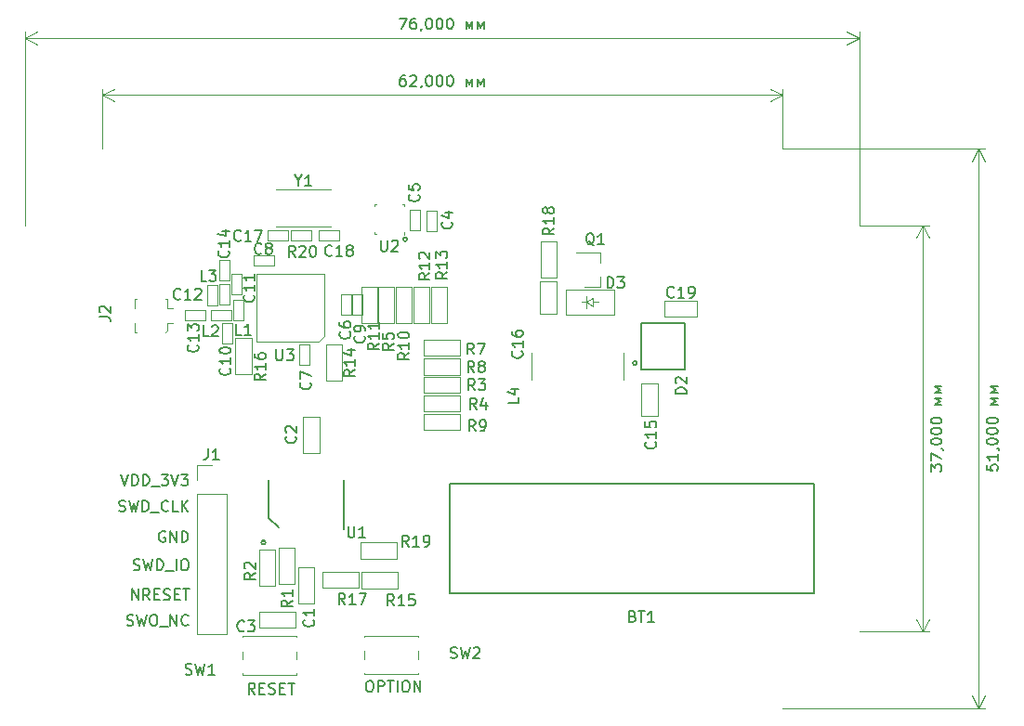
<source format=gbr>
G04 #@! TF.GenerationSoftware,KiCad,Pcbnew,5.1.5+dfsg1-2build2*
G04 #@! TF.CreationDate,2020-11-28T21:48:10+03:00*
G04 #@! TF.ProjectId,NRF_SENDER,4e52465f-5345-44e4-9445-522e6b696361,rev?*
G04 #@! TF.SameCoordinates,Original*
G04 #@! TF.FileFunction,Legend,Top*
G04 #@! TF.FilePolarity,Positive*
%FSLAX46Y46*%
G04 Gerber Fmt 4.6, Leading zero omitted, Abs format (unit mm)*
G04 Created by KiCad (PCBNEW 5.1.5+dfsg1-2build2) date 2020-11-28 21:48:10*
%MOMM*%
%LPD*%
G04 APERTURE LIST*
%ADD10C,0.150000*%
%ADD11C,0.200000*%
%ADD12C,0.120000*%
%ADD13C,0.100000*%
%ADD14C,0.140000*%
G04 APERTURE END LIST*
D10*
X63434285Y-86184761D02*
X63577142Y-86232380D01*
X63815238Y-86232380D01*
X63910476Y-86184761D01*
X63958095Y-86137142D01*
X64005714Y-86041904D01*
X64005714Y-85946666D01*
X63958095Y-85851428D01*
X63910476Y-85803809D01*
X63815238Y-85756190D01*
X63624761Y-85708571D01*
X63529523Y-85660952D01*
X63481904Y-85613333D01*
X63434285Y-85518095D01*
X63434285Y-85422857D01*
X63481904Y-85327619D01*
X63529523Y-85280000D01*
X63624761Y-85232380D01*
X63862857Y-85232380D01*
X64005714Y-85280000D01*
X64339047Y-85232380D02*
X64577142Y-86232380D01*
X64767619Y-85518095D01*
X64958095Y-86232380D01*
X65196190Y-85232380D01*
X65767619Y-85232380D02*
X65958095Y-85232380D01*
X66053333Y-85280000D01*
X66148571Y-85375238D01*
X66196190Y-85565714D01*
X66196190Y-85899047D01*
X66148571Y-86089523D01*
X66053333Y-86184761D01*
X65958095Y-86232380D01*
X65767619Y-86232380D01*
X65672380Y-86184761D01*
X65577142Y-86089523D01*
X65529523Y-85899047D01*
X65529523Y-85565714D01*
X65577142Y-85375238D01*
X65672380Y-85280000D01*
X65767619Y-85232380D01*
X66386666Y-86327619D02*
X67148571Y-86327619D01*
X67386666Y-86232380D02*
X67386666Y-85232380D01*
X67958095Y-86232380D01*
X67958095Y-85232380D01*
X69005714Y-86137142D02*
X68958095Y-86184761D01*
X68815238Y-86232380D01*
X68720000Y-86232380D01*
X68577142Y-86184761D01*
X68481904Y-86089523D01*
X68434285Y-85994285D01*
X68386666Y-85803809D01*
X68386666Y-85660952D01*
X68434285Y-85470476D01*
X68481904Y-85375238D01*
X68577142Y-85280000D01*
X68720000Y-85232380D01*
X68815238Y-85232380D01*
X68958095Y-85280000D01*
X69005714Y-85327619D01*
X85448095Y-91252380D02*
X85638571Y-91252380D01*
X85733809Y-91300000D01*
X85829047Y-91395238D01*
X85876666Y-91585714D01*
X85876666Y-91919047D01*
X85829047Y-92109523D01*
X85733809Y-92204761D01*
X85638571Y-92252380D01*
X85448095Y-92252380D01*
X85352857Y-92204761D01*
X85257619Y-92109523D01*
X85210000Y-91919047D01*
X85210000Y-91585714D01*
X85257619Y-91395238D01*
X85352857Y-91300000D01*
X85448095Y-91252380D01*
X86305238Y-92252380D02*
X86305238Y-91252380D01*
X86686190Y-91252380D01*
X86781428Y-91300000D01*
X86829047Y-91347619D01*
X86876666Y-91442857D01*
X86876666Y-91585714D01*
X86829047Y-91680952D01*
X86781428Y-91728571D01*
X86686190Y-91776190D01*
X86305238Y-91776190D01*
X87162380Y-91252380D02*
X87733809Y-91252380D01*
X87448095Y-92252380D02*
X87448095Y-91252380D01*
X88067142Y-92252380D02*
X88067142Y-91252380D01*
X88733809Y-91252380D02*
X88924285Y-91252380D01*
X89019523Y-91300000D01*
X89114761Y-91395238D01*
X89162380Y-91585714D01*
X89162380Y-91919047D01*
X89114761Y-92109523D01*
X89019523Y-92204761D01*
X88924285Y-92252380D01*
X88733809Y-92252380D01*
X88638571Y-92204761D01*
X88543333Y-92109523D01*
X88495714Y-91919047D01*
X88495714Y-91585714D01*
X88543333Y-91395238D01*
X88638571Y-91300000D01*
X88733809Y-91252380D01*
X89590952Y-92252380D02*
X89590952Y-91252380D01*
X90162380Y-92252380D01*
X90162380Y-91252380D01*
X75077619Y-92462380D02*
X74744285Y-91986190D01*
X74506190Y-92462380D02*
X74506190Y-91462380D01*
X74887142Y-91462380D01*
X74982380Y-91510000D01*
X75030000Y-91557619D01*
X75077619Y-91652857D01*
X75077619Y-91795714D01*
X75030000Y-91890952D01*
X74982380Y-91938571D01*
X74887142Y-91986190D01*
X74506190Y-91986190D01*
X75506190Y-91938571D02*
X75839523Y-91938571D01*
X75982380Y-92462380D02*
X75506190Y-92462380D01*
X75506190Y-91462380D01*
X75982380Y-91462380D01*
X76363333Y-92414761D02*
X76506190Y-92462380D01*
X76744285Y-92462380D01*
X76839523Y-92414761D01*
X76887142Y-92367142D01*
X76934761Y-92271904D01*
X76934761Y-92176666D01*
X76887142Y-92081428D01*
X76839523Y-92033809D01*
X76744285Y-91986190D01*
X76553809Y-91938571D01*
X76458571Y-91890952D01*
X76410952Y-91843333D01*
X76363333Y-91748095D01*
X76363333Y-91652857D01*
X76410952Y-91557619D01*
X76458571Y-91510000D01*
X76553809Y-91462380D01*
X76791904Y-91462380D01*
X76934761Y-91510000D01*
X77363333Y-91938571D02*
X77696666Y-91938571D01*
X77839523Y-92462380D02*
X77363333Y-92462380D01*
X77363333Y-91462380D01*
X77839523Y-91462380D01*
X78125238Y-91462380D02*
X78696666Y-91462380D01*
X78410952Y-92462380D02*
X78410952Y-91462380D01*
X63872380Y-83882380D02*
X63872380Y-82882380D01*
X64443809Y-83882380D01*
X64443809Y-82882380D01*
X65491428Y-83882380D02*
X65158095Y-83406190D01*
X64920000Y-83882380D02*
X64920000Y-82882380D01*
X65300952Y-82882380D01*
X65396190Y-82930000D01*
X65443809Y-82977619D01*
X65491428Y-83072857D01*
X65491428Y-83215714D01*
X65443809Y-83310952D01*
X65396190Y-83358571D01*
X65300952Y-83406190D01*
X64920000Y-83406190D01*
X65920000Y-83358571D02*
X66253333Y-83358571D01*
X66396190Y-83882380D02*
X65920000Y-83882380D01*
X65920000Y-82882380D01*
X66396190Y-82882380D01*
X66777142Y-83834761D02*
X66920000Y-83882380D01*
X67158095Y-83882380D01*
X67253333Y-83834761D01*
X67300952Y-83787142D01*
X67348571Y-83691904D01*
X67348571Y-83596666D01*
X67300952Y-83501428D01*
X67253333Y-83453809D01*
X67158095Y-83406190D01*
X66967619Y-83358571D01*
X66872380Y-83310952D01*
X66824761Y-83263333D01*
X66777142Y-83168095D01*
X66777142Y-83072857D01*
X66824761Y-82977619D01*
X66872380Y-82930000D01*
X66967619Y-82882380D01*
X67205714Y-82882380D01*
X67348571Y-82930000D01*
X67777142Y-83358571D02*
X68110476Y-83358571D01*
X68253333Y-83882380D02*
X67777142Y-83882380D01*
X67777142Y-82882380D01*
X68253333Y-82882380D01*
X68539047Y-82882380D02*
X69110476Y-82882380D01*
X68824761Y-83882380D02*
X68824761Y-82882380D01*
X64010000Y-81124761D02*
X64152857Y-81172380D01*
X64390952Y-81172380D01*
X64486190Y-81124761D01*
X64533809Y-81077142D01*
X64581428Y-80981904D01*
X64581428Y-80886666D01*
X64533809Y-80791428D01*
X64486190Y-80743809D01*
X64390952Y-80696190D01*
X64200476Y-80648571D01*
X64105238Y-80600952D01*
X64057619Y-80553333D01*
X64010000Y-80458095D01*
X64010000Y-80362857D01*
X64057619Y-80267619D01*
X64105238Y-80220000D01*
X64200476Y-80172380D01*
X64438571Y-80172380D01*
X64581428Y-80220000D01*
X64914761Y-80172380D02*
X65152857Y-81172380D01*
X65343333Y-80458095D01*
X65533809Y-81172380D01*
X65771904Y-80172380D01*
X66152857Y-81172380D02*
X66152857Y-80172380D01*
X66390952Y-80172380D01*
X66533809Y-80220000D01*
X66629047Y-80315238D01*
X66676666Y-80410476D01*
X66724285Y-80600952D01*
X66724285Y-80743809D01*
X66676666Y-80934285D01*
X66629047Y-81029523D01*
X66533809Y-81124761D01*
X66390952Y-81172380D01*
X66152857Y-81172380D01*
X66914761Y-81267619D02*
X67676666Y-81267619D01*
X67914761Y-81172380D02*
X67914761Y-80172380D01*
X68581428Y-80172380D02*
X68771904Y-80172380D01*
X68867142Y-80220000D01*
X68962380Y-80315238D01*
X69010000Y-80505714D01*
X69010000Y-80839047D01*
X68962380Y-81029523D01*
X68867142Y-81124761D01*
X68771904Y-81172380D01*
X68581428Y-81172380D01*
X68486190Y-81124761D01*
X68390952Y-81029523D01*
X68343333Y-80839047D01*
X68343333Y-80505714D01*
X68390952Y-80315238D01*
X68486190Y-80220000D01*
X68581428Y-80172380D01*
X66898095Y-77660000D02*
X66802857Y-77612380D01*
X66660000Y-77612380D01*
X66517142Y-77660000D01*
X66421904Y-77755238D01*
X66374285Y-77850476D01*
X66326666Y-78040952D01*
X66326666Y-78183809D01*
X66374285Y-78374285D01*
X66421904Y-78469523D01*
X66517142Y-78564761D01*
X66660000Y-78612380D01*
X66755238Y-78612380D01*
X66898095Y-78564761D01*
X66945714Y-78517142D01*
X66945714Y-78183809D01*
X66755238Y-78183809D01*
X67374285Y-78612380D02*
X67374285Y-77612380D01*
X67945714Y-78612380D01*
X67945714Y-77612380D01*
X68421904Y-78612380D02*
X68421904Y-77612380D01*
X68660000Y-77612380D01*
X68802857Y-77660000D01*
X68898095Y-77755238D01*
X68945714Y-77850476D01*
X68993333Y-78040952D01*
X68993333Y-78183809D01*
X68945714Y-78374285D01*
X68898095Y-78469523D01*
X68802857Y-78564761D01*
X68660000Y-78612380D01*
X68421904Y-78612380D01*
X62884761Y-72432380D02*
X63218095Y-73432380D01*
X63551428Y-72432380D01*
X63884761Y-73432380D02*
X63884761Y-72432380D01*
X64122857Y-72432380D01*
X64265714Y-72480000D01*
X64360952Y-72575238D01*
X64408571Y-72670476D01*
X64456190Y-72860952D01*
X64456190Y-73003809D01*
X64408571Y-73194285D01*
X64360952Y-73289523D01*
X64265714Y-73384761D01*
X64122857Y-73432380D01*
X63884761Y-73432380D01*
X64884761Y-73432380D02*
X64884761Y-72432380D01*
X65122857Y-72432380D01*
X65265714Y-72480000D01*
X65360952Y-72575238D01*
X65408571Y-72670476D01*
X65456190Y-72860952D01*
X65456190Y-73003809D01*
X65408571Y-73194285D01*
X65360952Y-73289523D01*
X65265714Y-73384761D01*
X65122857Y-73432380D01*
X64884761Y-73432380D01*
X65646666Y-73527619D02*
X66408571Y-73527619D01*
X66551428Y-72432380D02*
X67170476Y-72432380D01*
X66837142Y-72813333D01*
X66979999Y-72813333D01*
X67075238Y-72860952D01*
X67122857Y-72908571D01*
X67170476Y-73003809D01*
X67170476Y-73241904D01*
X67122857Y-73337142D01*
X67075238Y-73384761D01*
X66979999Y-73432380D01*
X66694285Y-73432380D01*
X66599047Y-73384761D01*
X66551428Y-73337142D01*
X67456190Y-72432380D02*
X67789523Y-73432380D01*
X68122857Y-72432380D01*
X68360952Y-72432380D02*
X68980000Y-72432380D01*
X68646666Y-72813333D01*
X68789523Y-72813333D01*
X68884761Y-72860952D01*
X68932380Y-72908571D01*
X68980000Y-73003809D01*
X68980000Y-73241904D01*
X68932380Y-73337142D01*
X68884761Y-73384761D01*
X68789523Y-73432380D01*
X68503809Y-73432380D01*
X68408571Y-73384761D01*
X68360952Y-73337142D01*
X62697142Y-75764761D02*
X62840000Y-75812380D01*
X63078095Y-75812380D01*
X63173333Y-75764761D01*
X63220952Y-75717142D01*
X63268571Y-75621904D01*
X63268571Y-75526666D01*
X63220952Y-75431428D01*
X63173333Y-75383809D01*
X63078095Y-75336190D01*
X62887619Y-75288571D01*
X62792380Y-75240952D01*
X62744761Y-75193333D01*
X62697142Y-75098095D01*
X62697142Y-75002857D01*
X62744761Y-74907619D01*
X62792380Y-74860000D01*
X62887619Y-74812380D01*
X63125714Y-74812380D01*
X63268571Y-74860000D01*
X63601904Y-74812380D02*
X63840000Y-75812380D01*
X64030476Y-75098095D01*
X64220952Y-75812380D01*
X64459047Y-74812380D01*
X64840000Y-75812380D02*
X64840000Y-74812380D01*
X65078095Y-74812380D01*
X65220952Y-74860000D01*
X65316190Y-74955238D01*
X65363809Y-75050476D01*
X65411428Y-75240952D01*
X65411428Y-75383809D01*
X65363809Y-75574285D01*
X65316190Y-75669523D01*
X65220952Y-75764761D01*
X65078095Y-75812380D01*
X64840000Y-75812380D01*
X65601904Y-75907619D02*
X66363809Y-75907619D01*
X67173333Y-75717142D02*
X67125714Y-75764761D01*
X66982857Y-75812380D01*
X66887619Y-75812380D01*
X66744761Y-75764761D01*
X66649523Y-75669523D01*
X66601904Y-75574285D01*
X66554285Y-75383809D01*
X66554285Y-75240952D01*
X66601904Y-75050476D01*
X66649523Y-74955238D01*
X66744761Y-74860000D01*
X66887619Y-74812380D01*
X66982857Y-74812380D01*
X67125714Y-74860000D01*
X67173333Y-74907619D01*
X68078095Y-75812380D02*
X67601904Y-75812380D01*
X67601904Y-74812380D01*
X68411428Y-75812380D02*
X68411428Y-74812380D01*
X68982857Y-75812380D02*
X68554285Y-75240952D01*
X68982857Y-74812380D02*
X68411428Y-75383809D01*
D11*
X109893576Y-62280000D02*
G75*
G03X109893576Y-62280000I-183576J0D01*
G01*
X88953576Y-50990000D02*
G75*
G03X88953576Y-50990000I-183576J0D01*
G01*
D10*
X88759047Y-36022380D02*
X88568571Y-36022380D01*
X88473333Y-36070000D01*
X88425714Y-36117619D01*
X88330476Y-36260476D01*
X88282857Y-36450952D01*
X88282857Y-36831904D01*
X88330476Y-36927142D01*
X88378095Y-36974761D01*
X88473333Y-37022380D01*
X88663809Y-37022380D01*
X88759047Y-36974761D01*
X88806666Y-36927142D01*
X88854285Y-36831904D01*
X88854285Y-36593809D01*
X88806666Y-36498571D01*
X88759047Y-36450952D01*
X88663809Y-36403333D01*
X88473333Y-36403333D01*
X88378095Y-36450952D01*
X88330476Y-36498571D01*
X88282857Y-36593809D01*
X89235238Y-36117619D02*
X89282857Y-36070000D01*
X89378095Y-36022380D01*
X89616190Y-36022380D01*
X89711428Y-36070000D01*
X89759047Y-36117619D01*
X89806666Y-36212857D01*
X89806666Y-36308095D01*
X89759047Y-36450952D01*
X89187619Y-37022380D01*
X89806666Y-37022380D01*
X90282857Y-36974761D02*
X90282857Y-37022380D01*
X90235238Y-37117619D01*
X90187619Y-37165238D01*
X90901904Y-36022380D02*
X90997142Y-36022380D01*
X91092380Y-36070000D01*
X91140000Y-36117619D01*
X91187619Y-36212857D01*
X91235238Y-36403333D01*
X91235238Y-36641428D01*
X91187619Y-36831904D01*
X91140000Y-36927142D01*
X91092380Y-36974761D01*
X90997142Y-37022380D01*
X90901904Y-37022380D01*
X90806666Y-36974761D01*
X90759047Y-36927142D01*
X90711428Y-36831904D01*
X90663809Y-36641428D01*
X90663809Y-36403333D01*
X90711428Y-36212857D01*
X90759047Y-36117619D01*
X90806666Y-36070000D01*
X90901904Y-36022380D01*
X91854285Y-36022380D02*
X91949523Y-36022380D01*
X92044761Y-36070000D01*
X92092380Y-36117619D01*
X92140000Y-36212857D01*
X92187619Y-36403333D01*
X92187619Y-36641428D01*
X92140000Y-36831904D01*
X92092380Y-36927142D01*
X92044761Y-36974761D01*
X91949523Y-37022380D01*
X91854285Y-37022380D01*
X91759047Y-36974761D01*
X91711428Y-36927142D01*
X91663809Y-36831904D01*
X91616190Y-36641428D01*
X91616190Y-36403333D01*
X91663809Y-36212857D01*
X91711428Y-36117619D01*
X91759047Y-36070000D01*
X91854285Y-36022380D01*
X92806666Y-36022380D02*
X92901904Y-36022380D01*
X92997142Y-36070000D01*
X93044761Y-36117619D01*
X93092380Y-36212857D01*
X93140000Y-36403333D01*
X93140000Y-36641428D01*
X93092380Y-36831904D01*
X93044761Y-36927142D01*
X92997142Y-36974761D01*
X92901904Y-37022380D01*
X92806666Y-37022380D01*
X92711428Y-36974761D01*
X92663809Y-36927142D01*
X92616190Y-36831904D01*
X92568571Y-36641428D01*
X92568571Y-36403333D01*
X92616190Y-36212857D01*
X92663809Y-36117619D01*
X92711428Y-36070000D01*
X92806666Y-36022380D01*
X94330476Y-37022380D02*
X94330476Y-36355714D01*
X94616190Y-36879523D01*
X94901904Y-36355714D01*
X94901904Y-37022380D01*
X95378095Y-37022380D02*
X95378095Y-36355714D01*
X95663809Y-36879523D01*
X95949523Y-36355714D01*
X95949523Y-37022380D01*
D12*
X61140000Y-37840000D02*
X123140000Y-37840000D01*
X61140000Y-42740000D02*
X61140000Y-37253579D01*
X123140000Y-42740000D02*
X123140000Y-37253579D01*
X123140000Y-37840000D02*
X122013496Y-38426421D01*
X123140000Y-37840000D02*
X122013496Y-37253579D01*
X61140000Y-37840000D02*
X62266504Y-38426421D01*
X61140000Y-37840000D02*
X62266504Y-37253579D01*
D10*
X88235238Y-30822380D02*
X88901904Y-30822380D01*
X88473333Y-31822380D01*
X89711428Y-30822380D02*
X89520952Y-30822380D01*
X89425714Y-30870000D01*
X89378095Y-30917619D01*
X89282857Y-31060476D01*
X89235238Y-31250952D01*
X89235238Y-31631904D01*
X89282857Y-31727142D01*
X89330476Y-31774761D01*
X89425714Y-31822380D01*
X89616190Y-31822380D01*
X89711428Y-31774761D01*
X89759047Y-31727142D01*
X89806666Y-31631904D01*
X89806666Y-31393809D01*
X89759047Y-31298571D01*
X89711428Y-31250952D01*
X89616190Y-31203333D01*
X89425714Y-31203333D01*
X89330476Y-31250952D01*
X89282857Y-31298571D01*
X89235238Y-31393809D01*
X90282857Y-31774761D02*
X90282857Y-31822380D01*
X90235238Y-31917619D01*
X90187619Y-31965238D01*
X90901904Y-30822380D02*
X90997142Y-30822380D01*
X91092380Y-30870000D01*
X91140000Y-30917619D01*
X91187619Y-31012857D01*
X91235238Y-31203333D01*
X91235238Y-31441428D01*
X91187619Y-31631904D01*
X91140000Y-31727142D01*
X91092380Y-31774761D01*
X90997142Y-31822380D01*
X90901904Y-31822380D01*
X90806666Y-31774761D01*
X90759047Y-31727142D01*
X90711428Y-31631904D01*
X90663809Y-31441428D01*
X90663809Y-31203333D01*
X90711428Y-31012857D01*
X90759047Y-30917619D01*
X90806666Y-30870000D01*
X90901904Y-30822380D01*
X91854285Y-30822380D02*
X91949523Y-30822380D01*
X92044761Y-30870000D01*
X92092380Y-30917619D01*
X92140000Y-31012857D01*
X92187619Y-31203333D01*
X92187619Y-31441428D01*
X92140000Y-31631904D01*
X92092380Y-31727142D01*
X92044761Y-31774761D01*
X91949523Y-31822380D01*
X91854285Y-31822380D01*
X91759047Y-31774761D01*
X91711428Y-31727142D01*
X91663809Y-31631904D01*
X91616190Y-31441428D01*
X91616190Y-31203333D01*
X91663809Y-31012857D01*
X91711428Y-30917619D01*
X91759047Y-30870000D01*
X91854285Y-30822380D01*
X92806666Y-30822380D02*
X92901904Y-30822380D01*
X92997142Y-30870000D01*
X93044761Y-30917619D01*
X93092380Y-31012857D01*
X93140000Y-31203333D01*
X93140000Y-31441428D01*
X93092380Y-31631904D01*
X93044761Y-31727142D01*
X92997142Y-31774761D01*
X92901904Y-31822380D01*
X92806666Y-31822380D01*
X92711428Y-31774761D01*
X92663809Y-31727142D01*
X92616190Y-31631904D01*
X92568571Y-31441428D01*
X92568571Y-31203333D01*
X92616190Y-31012857D01*
X92663809Y-30917619D01*
X92711428Y-30870000D01*
X92806666Y-30822380D01*
X94330476Y-31822380D02*
X94330476Y-31155714D01*
X94616190Y-31679523D01*
X94901904Y-31155714D01*
X94901904Y-31822380D01*
X95378095Y-31822380D02*
X95378095Y-31155714D01*
X95663809Y-31679523D01*
X95949523Y-31155714D01*
X95949523Y-31822380D01*
D12*
X130140000Y-32640000D02*
X54140000Y-32640000D01*
X130140000Y-49740000D02*
X130140000Y-32053579D01*
X54140000Y-49740000D02*
X54140000Y-32053579D01*
X54140000Y-32640000D02*
X55266504Y-32053579D01*
X54140000Y-32640000D02*
X55266504Y-33226421D01*
X130140000Y-32640000D02*
X129013496Y-32053579D01*
X130140000Y-32640000D02*
X129013496Y-33226421D01*
D10*
X136662380Y-72144761D02*
X136662380Y-71525714D01*
X137043333Y-71859047D01*
X137043333Y-71716190D01*
X137090952Y-71620952D01*
X137138571Y-71573333D01*
X137233809Y-71525714D01*
X137471904Y-71525714D01*
X137567142Y-71573333D01*
X137614761Y-71620952D01*
X137662380Y-71716190D01*
X137662380Y-72001904D01*
X137614761Y-72097142D01*
X137567142Y-72144761D01*
X136662380Y-71192380D02*
X136662380Y-70525714D01*
X137662380Y-70954285D01*
X137614761Y-70097142D02*
X137662380Y-70097142D01*
X137757619Y-70144761D01*
X137805238Y-70192380D01*
X136662380Y-69478095D02*
X136662380Y-69382857D01*
X136710000Y-69287619D01*
X136757619Y-69240000D01*
X136852857Y-69192380D01*
X137043333Y-69144761D01*
X137281428Y-69144761D01*
X137471904Y-69192380D01*
X137567142Y-69240000D01*
X137614761Y-69287619D01*
X137662380Y-69382857D01*
X137662380Y-69478095D01*
X137614761Y-69573333D01*
X137567142Y-69620952D01*
X137471904Y-69668571D01*
X137281428Y-69716190D01*
X137043333Y-69716190D01*
X136852857Y-69668571D01*
X136757619Y-69620952D01*
X136710000Y-69573333D01*
X136662380Y-69478095D01*
X136662380Y-68525714D02*
X136662380Y-68430476D01*
X136710000Y-68335238D01*
X136757619Y-68287619D01*
X136852857Y-68240000D01*
X137043333Y-68192380D01*
X137281428Y-68192380D01*
X137471904Y-68240000D01*
X137567142Y-68287619D01*
X137614761Y-68335238D01*
X137662380Y-68430476D01*
X137662380Y-68525714D01*
X137614761Y-68620952D01*
X137567142Y-68668571D01*
X137471904Y-68716190D01*
X137281428Y-68763809D01*
X137043333Y-68763809D01*
X136852857Y-68716190D01*
X136757619Y-68668571D01*
X136710000Y-68620952D01*
X136662380Y-68525714D01*
X136662380Y-67573333D02*
X136662380Y-67478095D01*
X136710000Y-67382857D01*
X136757619Y-67335238D01*
X136852857Y-67287619D01*
X137043333Y-67240000D01*
X137281428Y-67240000D01*
X137471904Y-67287619D01*
X137567142Y-67335238D01*
X137614761Y-67382857D01*
X137662380Y-67478095D01*
X137662380Y-67573333D01*
X137614761Y-67668571D01*
X137567142Y-67716190D01*
X137471904Y-67763809D01*
X137281428Y-67811428D01*
X137043333Y-67811428D01*
X136852857Y-67763809D01*
X136757619Y-67716190D01*
X136710000Y-67668571D01*
X136662380Y-67573333D01*
X137662380Y-66049523D02*
X136995714Y-66049523D01*
X137519523Y-65763809D01*
X136995714Y-65478095D01*
X137662380Y-65478095D01*
X137662380Y-65001904D02*
X136995714Y-65001904D01*
X137519523Y-64716190D01*
X136995714Y-64430476D01*
X137662380Y-64430476D01*
D12*
X135940000Y-86740000D02*
X135940000Y-49740000D01*
X130140000Y-86740000D02*
X136526421Y-86740000D01*
X130140000Y-49740000D02*
X136526421Y-49740000D01*
X135940000Y-49740000D02*
X136526421Y-50866504D01*
X135940000Y-49740000D02*
X135353579Y-50866504D01*
X135940000Y-86740000D02*
X136526421Y-85613496D01*
X135940000Y-86740000D02*
X135353579Y-85613496D01*
D10*
X141762380Y-71573333D02*
X141762380Y-72049523D01*
X142238571Y-72097142D01*
X142190952Y-72049523D01*
X142143333Y-71954285D01*
X142143333Y-71716190D01*
X142190952Y-71620952D01*
X142238571Y-71573333D01*
X142333809Y-71525714D01*
X142571904Y-71525714D01*
X142667142Y-71573333D01*
X142714761Y-71620952D01*
X142762380Y-71716190D01*
X142762380Y-71954285D01*
X142714761Y-72049523D01*
X142667142Y-72097142D01*
X142762380Y-70573333D02*
X142762380Y-71144761D01*
X142762380Y-70859047D02*
X141762380Y-70859047D01*
X141905238Y-70954285D01*
X142000476Y-71049523D01*
X142048095Y-71144761D01*
X142714761Y-70097142D02*
X142762380Y-70097142D01*
X142857619Y-70144761D01*
X142905238Y-70192380D01*
X141762380Y-69478095D02*
X141762380Y-69382857D01*
X141810000Y-69287619D01*
X141857619Y-69240000D01*
X141952857Y-69192380D01*
X142143333Y-69144761D01*
X142381428Y-69144761D01*
X142571904Y-69192380D01*
X142667142Y-69240000D01*
X142714761Y-69287619D01*
X142762380Y-69382857D01*
X142762380Y-69478095D01*
X142714761Y-69573333D01*
X142667142Y-69620952D01*
X142571904Y-69668571D01*
X142381428Y-69716190D01*
X142143333Y-69716190D01*
X141952857Y-69668571D01*
X141857619Y-69620952D01*
X141810000Y-69573333D01*
X141762380Y-69478095D01*
X141762380Y-68525714D02*
X141762380Y-68430476D01*
X141810000Y-68335238D01*
X141857619Y-68287619D01*
X141952857Y-68240000D01*
X142143333Y-68192380D01*
X142381428Y-68192380D01*
X142571904Y-68240000D01*
X142667142Y-68287619D01*
X142714761Y-68335238D01*
X142762380Y-68430476D01*
X142762380Y-68525714D01*
X142714761Y-68620952D01*
X142667142Y-68668571D01*
X142571904Y-68716190D01*
X142381428Y-68763809D01*
X142143333Y-68763809D01*
X141952857Y-68716190D01*
X141857619Y-68668571D01*
X141810000Y-68620952D01*
X141762380Y-68525714D01*
X141762380Y-67573333D02*
X141762380Y-67478095D01*
X141810000Y-67382857D01*
X141857619Y-67335238D01*
X141952857Y-67287619D01*
X142143333Y-67240000D01*
X142381428Y-67240000D01*
X142571904Y-67287619D01*
X142667142Y-67335238D01*
X142714761Y-67382857D01*
X142762380Y-67478095D01*
X142762380Y-67573333D01*
X142714761Y-67668571D01*
X142667142Y-67716190D01*
X142571904Y-67763809D01*
X142381428Y-67811428D01*
X142143333Y-67811428D01*
X141952857Y-67763809D01*
X141857619Y-67716190D01*
X141810000Y-67668571D01*
X141762380Y-67573333D01*
X142762380Y-66049523D02*
X142095714Y-66049523D01*
X142619523Y-65763809D01*
X142095714Y-65478095D01*
X142762380Y-65478095D01*
X142762380Y-65001904D02*
X142095714Y-65001904D01*
X142619523Y-64716190D01*
X142095714Y-64430476D01*
X142762380Y-64430476D01*
D12*
X141040000Y-93740000D02*
X141040000Y-42740000D01*
X123140000Y-93740000D02*
X141626421Y-93740000D01*
X123140000Y-42740000D02*
X141626421Y-42740000D01*
X141040000Y-42740000D02*
X141626421Y-43866504D01*
X141040000Y-42740000D02*
X140453579Y-43866504D01*
X141040000Y-93740000D02*
X141626421Y-92613496D01*
X141040000Y-93740000D02*
X140453579Y-92613496D01*
D11*
X76043576Y-78630000D02*
G75*
G03X76043576Y-78630000I-183576J0D01*
G01*
D10*
X110240000Y-62890000D02*
X114240000Y-62890000D01*
X114240000Y-58590000D02*
X114240000Y-62890000D01*
X110240000Y-58590000D02*
X114240000Y-58590000D01*
X110240000Y-62890000D02*
X110240000Y-58590000D01*
X76306000Y-76394000D02*
X77216000Y-77294000D01*
X76306000Y-76394000D02*
X76306000Y-72959000D01*
X83206000Y-77409000D02*
X83206000Y-72959000D01*
D12*
X80910000Y-54150000D02*
X75720000Y-54150000D01*
X81390000Y-59820000D02*
X81390000Y-54625000D01*
X75735000Y-60300000D02*
X80900000Y-60300000D01*
X75260000Y-59825000D02*
X75250000Y-54635000D01*
X81390000Y-59820000D02*
X80910000Y-60300000D01*
X75250000Y-54160000D02*
X75250000Y-54635000D01*
X75725000Y-54150000D02*
X75250000Y-54150000D01*
X81390000Y-54150000D02*
X81390000Y-54625000D01*
X80915000Y-54150000D02*
X81390000Y-54150000D01*
X75260000Y-60300000D02*
X75260000Y-59825000D01*
X75735000Y-60300000D02*
X75260000Y-60300000D01*
X70605000Y-58410000D02*
X68745000Y-58410000D01*
X70605000Y-57470000D02*
X70605000Y-58410000D01*
X68745000Y-57470000D02*
X70605000Y-57470000D01*
X68745000Y-58410000D02*
X68745000Y-57470000D01*
X73910000Y-54110000D02*
X73910000Y-55970000D01*
X72970000Y-54110000D02*
X73910000Y-54110000D01*
X72970000Y-55970000D02*
X72970000Y-54110000D01*
X73910000Y-55970000D02*
X72970000Y-55970000D01*
X90716000Y-50229000D02*
X90716000Y-48369000D01*
X91656000Y-50229000D02*
X90716000Y-50229000D01*
X91656000Y-48369000D02*
X91656000Y-50229000D01*
X90716000Y-48369000D02*
X91656000Y-48369000D01*
X89192000Y-50183000D02*
X89192000Y-48323000D01*
X90132000Y-50183000D02*
X89192000Y-50183000D01*
X90132000Y-48323000D02*
X90132000Y-50183000D01*
X89192000Y-48323000D02*
X90132000Y-48323000D01*
X82910000Y-57850000D02*
X82910000Y-55990000D01*
X83850000Y-57850000D02*
X82910000Y-57850000D01*
X83850000Y-55990000D02*
X83850000Y-57850000D01*
X82910000Y-55990000D02*
X83850000Y-55990000D01*
X79100000Y-62450000D02*
X79100000Y-60590000D01*
X80040000Y-62450000D02*
X79100000Y-62450000D01*
X80040000Y-60590000D02*
X80040000Y-62450000D01*
X79100000Y-60590000D02*
X80040000Y-60590000D01*
X75010000Y-52470000D02*
X76870000Y-52470000D01*
X75010000Y-53410000D02*
X75010000Y-52470000D01*
X76870000Y-53410000D02*
X75010000Y-53410000D01*
X76870000Y-52470000D02*
X76870000Y-53410000D01*
X83960000Y-57850000D02*
X83960000Y-55990000D01*
X84900000Y-57850000D02*
X83960000Y-57850000D01*
X84900000Y-55990000D02*
X84900000Y-57850000D01*
X83960000Y-55990000D02*
X84900000Y-55990000D01*
X73010000Y-58610000D02*
X73010000Y-60470000D01*
X72070000Y-58610000D02*
X73010000Y-58610000D01*
X72070000Y-60470000D02*
X72070000Y-58610000D01*
X73010000Y-60470000D02*
X72070000Y-60470000D01*
X70770000Y-56985000D02*
X70770000Y-55125000D01*
X71710000Y-56985000D02*
X70770000Y-56985000D01*
X71710000Y-55125000D02*
X71710000Y-56985000D01*
X70770000Y-55125000D02*
X71710000Y-55125000D01*
X71870000Y-54770000D02*
X71870000Y-52910000D01*
X72810000Y-54770000D02*
X71870000Y-54770000D01*
X72810000Y-52910000D02*
X72810000Y-54770000D01*
X71870000Y-52910000D02*
X72810000Y-52910000D01*
X76210000Y-50170000D02*
X78070000Y-50170000D01*
X76210000Y-51110000D02*
X76210000Y-50170000D01*
X78070000Y-51110000D02*
X76210000Y-51110000D01*
X78070000Y-50170000D02*
X78070000Y-51110000D01*
X82795000Y-51080000D02*
X80935000Y-51080000D01*
X82795000Y-50140000D02*
X82795000Y-51080000D01*
X80935000Y-50140000D02*
X82795000Y-50140000D01*
X80935000Y-51080000D02*
X80935000Y-50140000D01*
X103440000Y-55570000D02*
X103440000Y-57870000D01*
X107840000Y-57870000D02*
X103440000Y-57870000D01*
X107840000Y-55570000D02*
X107840000Y-57870000D01*
X103440000Y-55570000D02*
X107840000Y-55570000D01*
D13*
X104890000Y-56720000D02*
X105290000Y-56720000D01*
X105290000Y-56720000D02*
X105290000Y-56170000D01*
X105290000Y-56720000D02*
X105290000Y-57270000D01*
X105290000Y-56720000D02*
X105890000Y-56320000D01*
X105890000Y-56320000D02*
X105890000Y-57120000D01*
X105890000Y-57120000D02*
X105290000Y-56720000D01*
X105890000Y-56720000D02*
X106390000Y-56720000D01*
D12*
X64110000Y-59470000D02*
X64110000Y-58670000D01*
X64310000Y-59470000D02*
X64110000Y-59470000D01*
X64110000Y-56470000D02*
X64310000Y-56470000D01*
X64110000Y-57270000D02*
X64110000Y-56470000D01*
X67110000Y-56470000D02*
X67110000Y-57270000D01*
X66910000Y-56470000D02*
X67110000Y-56470000D01*
X67110000Y-59270000D02*
X66910000Y-59470000D01*
X67110000Y-58670000D02*
X67110000Y-59270000D01*
X67110000Y-58670000D02*
X67610000Y-58670000D01*
X67110000Y-57270000D02*
X67610000Y-57270000D01*
X74050000Y-56525000D02*
X74050000Y-58385000D01*
X73110000Y-56525000D02*
X74050000Y-56525000D01*
X73110000Y-58385000D02*
X73110000Y-56525000D01*
X74050000Y-58385000D02*
X73110000Y-58385000D01*
X71110000Y-57470000D02*
X72970000Y-57470000D01*
X71110000Y-58410000D02*
X71110000Y-57470000D01*
X72970000Y-58410000D02*
X71110000Y-58410000D01*
X72970000Y-57470000D02*
X72970000Y-58410000D01*
X71870000Y-56970000D02*
X71870000Y-55110000D01*
X72810000Y-56970000D02*
X71870000Y-56970000D01*
X72810000Y-55110000D02*
X72810000Y-56970000D01*
X71870000Y-55110000D02*
X72810000Y-55110000D01*
X108660000Y-63810000D02*
X108660000Y-61310000D01*
X100260000Y-61310000D02*
X100260000Y-63810000D01*
X106530000Y-55330000D02*
X105070000Y-55330000D01*
X106530000Y-52170000D02*
X104370000Y-52170000D01*
X106530000Y-52170000D02*
X106530000Y-53100000D01*
X106530000Y-55330000D02*
X106530000Y-54400000D01*
X80210000Y-51090000D02*
X78350000Y-51090000D01*
X80210000Y-50150000D02*
X80210000Y-51090000D01*
X78350000Y-50150000D02*
X80210000Y-50150000D01*
X78350000Y-51090000D02*
X78350000Y-50150000D01*
D13*
X88690000Y-50360000D02*
X88690000Y-50610000D01*
X85990000Y-50510000D02*
X85990000Y-50360000D01*
X86140000Y-50510000D02*
X85990000Y-50510000D01*
X85990000Y-47810000D02*
X86140000Y-47810000D01*
X85990000Y-47810000D02*
X85990000Y-47960000D01*
X88690000Y-47810000D02*
X88690000Y-47960000D01*
X88690000Y-47800000D02*
X88540000Y-47800000D01*
D12*
X77020000Y-49860000D02*
X82020000Y-49860000D01*
X77020000Y-46440000D02*
X82020000Y-46440000D01*
D10*
X126040000Y-73240000D02*
X92840000Y-73240000D01*
X126040000Y-83240000D02*
X126040000Y-73240000D01*
X92840000Y-83240000D02*
X126040000Y-83240000D01*
X92840000Y-73240000D02*
X92840000Y-83240000D01*
D12*
X115370000Y-58020000D02*
X112410000Y-58020000D01*
X115370000Y-56560000D02*
X115370000Y-58020000D01*
X112410000Y-56560000D02*
X115370000Y-56560000D01*
X112410000Y-58020000D02*
X112410000Y-56560000D01*
X110310000Y-67120000D02*
X110310000Y-64160000D01*
X111770000Y-67120000D02*
X110310000Y-67120000D01*
X111770000Y-64160000D02*
X111770000Y-67120000D01*
X110310000Y-64160000D02*
X111770000Y-64160000D01*
X101090000Y-57752500D02*
X101090000Y-54792500D01*
X102550000Y-57752500D02*
X101090000Y-57752500D01*
X102550000Y-54792500D02*
X102550000Y-57752500D01*
X101090000Y-54792500D02*
X102550000Y-54792500D01*
X73990000Y-90690000D02*
X73990000Y-90590000D01*
X73990000Y-87190000D02*
X73990000Y-87290000D01*
X78890000Y-87290000D02*
X78890000Y-87190000D01*
X78890000Y-90690000D02*
X78890000Y-90590000D01*
X78890000Y-89290000D02*
X78890000Y-88590000D01*
X73990000Y-89290000D02*
X73990000Y-88590000D01*
X73990000Y-90690000D02*
X78890000Y-90690000D01*
X78890000Y-87190000D02*
X73990000Y-87190000D01*
X89940000Y-87140000D02*
X85040000Y-87140000D01*
X85040000Y-90640000D02*
X89940000Y-90640000D01*
X85040000Y-89240000D02*
X85040000Y-88540000D01*
X89940000Y-89240000D02*
X89940000Y-88540000D01*
X89940000Y-90640000D02*
X89940000Y-90540000D01*
X89940000Y-87240000D02*
X89940000Y-87140000D01*
X85040000Y-87140000D02*
X85040000Y-87240000D01*
X85040000Y-90640000D02*
X85040000Y-90540000D01*
X79000000Y-80860000D02*
X80460000Y-80860000D01*
X80460000Y-80860000D02*
X80460000Y-84160000D01*
X80460000Y-84160000D02*
X79000000Y-84160000D01*
X79000000Y-84160000D02*
X79000000Y-80860000D01*
X79500000Y-70500000D02*
X79500000Y-67200000D01*
X80960000Y-70500000D02*
X79500000Y-70500000D01*
X80960000Y-67200000D02*
X80960000Y-70500000D01*
X79500000Y-67200000D02*
X80960000Y-67200000D01*
X78770000Y-84980000D02*
X78770000Y-86440000D01*
X78770000Y-86440000D02*
X75470000Y-86440000D01*
X75470000Y-86440000D02*
X75470000Y-84980000D01*
X75470000Y-84980000D02*
X78770000Y-84980000D01*
X78708000Y-79122000D02*
X78708000Y-82422000D01*
X77248000Y-79122000D02*
X78708000Y-79122000D01*
X77248000Y-82422000D02*
X77248000Y-79122000D01*
X78708000Y-82422000D02*
X77248000Y-82422000D01*
X75480000Y-79280000D02*
X76940000Y-79280000D01*
X76940000Y-79280000D02*
X76940000Y-82580000D01*
X76940000Y-82580000D02*
X75480000Y-82580000D01*
X75480000Y-82580000D02*
X75480000Y-79280000D01*
X93765000Y-65000000D02*
X90465000Y-65000000D01*
X93765000Y-63540000D02*
X93765000Y-65000000D01*
X90465000Y-63540000D02*
X93765000Y-63540000D01*
X90465000Y-65000000D02*
X90465000Y-63540000D01*
X90450000Y-66690000D02*
X90450000Y-65230000D01*
X90450000Y-65230000D02*
X93750000Y-65230000D01*
X93750000Y-65230000D02*
X93750000Y-66690000D01*
X93750000Y-66690000D02*
X90450000Y-66690000D01*
X86320000Y-58600000D02*
X86320000Y-55300000D01*
X87780000Y-58600000D02*
X86320000Y-58600000D01*
X87780000Y-55300000D02*
X87780000Y-58600000D01*
X86320000Y-55300000D02*
X87780000Y-55300000D01*
X90445000Y-61610000D02*
X90445000Y-60150000D01*
X90445000Y-60150000D02*
X93745000Y-60150000D01*
X93745000Y-60150000D02*
X93745000Y-61610000D01*
X93745000Y-61610000D02*
X90445000Y-61610000D01*
X90465000Y-61880000D02*
X93765000Y-61880000D01*
X90465000Y-63340000D02*
X90465000Y-61880000D01*
X93765000Y-63340000D02*
X90465000Y-63340000D01*
X93765000Y-61880000D02*
X93765000Y-63340000D01*
X93780000Y-66950000D02*
X93780000Y-68410000D01*
X93780000Y-68410000D02*
X90480000Y-68410000D01*
X90480000Y-68410000D02*
X90480000Y-66950000D01*
X90480000Y-66950000D02*
X93780000Y-66950000D01*
X87920000Y-58600000D02*
X87920000Y-55300000D01*
X89380000Y-58600000D02*
X87920000Y-58600000D01*
X89380000Y-55300000D02*
X89380000Y-58600000D01*
X87920000Y-55300000D02*
X89380000Y-55300000D01*
X84810000Y-55300000D02*
X86270000Y-55300000D01*
X86270000Y-55300000D02*
X86270000Y-58600000D01*
X86270000Y-58600000D02*
X84810000Y-58600000D01*
X84810000Y-58600000D02*
X84810000Y-55300000D01*
X89510000Y-58600000D02*
X89510000Y-55300000D01*
X90970000Y-58600000D02*
X89510000Y-58600000D01*
X90970000Y-55300000D02*
X90970000Y-58600000D01*
X89510000Y-55300000D02*
X90970000Y-55300000D01*
X91140000Y-55305000D02*
X92600000Y-55305000D01*
X92600000Y-55305000D02*
X92600000Y-58605000D01*
X92600000Y-58605000D02*
X91140000Y-58605000D01*
X91140000Y-58605000D02*
X91140000Y-55305000D01*
X81566000Y-63903000D02*
X81566000Y-60603000D01*
X83026000Y-63903000D02*
X81566000Y-63903000D01*
X83026000Y-60603000D02*
X83026000Y-63903000D01*
X81566000Y-60603000D02*
X83026000Y-60603000D01*
X88110000Y-81350000D02*
X88110000Y-82810000D01*
X88110000Y-82810000D02*
X84810000Y-82810000D01*
X84810000Y-82810000D02*
X84810000Y-81350000D01*
X84810000Y-81350000D02*
X88110000Y-81350000D01*
X73300000Y-63280000D02*
X73300000Y-59980000D01*
X74760000Y-63280000D02*
X73300000Y-63280000D01*
X74760000Y-59980000D02*
X74760000Y-63280000D01*
X73300000Y-59980000D02*
X74760000Y-59980000D01*
X84560000Y-81280000D02*
X84560000Y-82740000D01*
X84560000Y-82740000D02*
X81260000Y-82740000D01*
X81260000Y-82740000D02*
X81260000Y-81280000D01*
X81260000Y-81280000D02*
X84560000Y-81280000D01*
X102610000Y-51210000D02*
X102610000Y-54510000D01*
X101150000Y-51210000D02*
X102610000Y-51210000D01*
X101150000Y-54510000D02*
X101150000Y-51210000D01*
X102610000Y-54510000D02*
X101150000Y-54510000D01*
X87985000Y-78640000D02*
X87985000Y-80100000D01*
X87985000Y-80100000D02*
X84685000Y-80100000D01*
X84685000Y-80100000D02*
X84685000Y-78640000D01*
X84685000Y-78640000D02*
X87985000Y-78640000D01*
X69820000Y-86980000D02*
X72480000Y-86980000D01*
X69820000Y-74220000D02*
X69820000Y-86980000D01*
X72480000Y-74220000D02*
X72480000Y-86980000D01*
X69820000Y-74220000D02*
X72480000Y-74220000D01*
X69820000Y-72950000D02*
X69820000Y-71620000D01*
X69820000Y-71620000D02*
X71150000Y-71620000D01*
D10*
X114392380Y-65078095D02*
X113392380Y-65078095D01*
X113392380Y-64840000D01*
X113440000Y-64697142D01*
X113535238Y-64601904D01*
X113630476Y-64554285D01*
X113820952Y-64506666D01*
X113963809Y-64506666D01*
X114154285Y-64554285D01*
X114249523Y-64601904D01*
X114344761Y-64697142D01*
X114392380Y-64840000D01*
X114392380Y-65078095D01*
X113487619Y-64125714D02*
X113440000Y-64078095D01*
X113392380Y-63982857D01*
X113392380Y-63744761D01*
X113440000Y-63649523D01*
X113487619Y-63601904D01*
X113582857Y-63554285D01*
X113678095Y-63554285D01*
X113820952Y-63601904D01*
X114392380Y-64173333D01*
X114392380Y-63554285D01*
X83566095Y-77176380D02*
X83566095Y-77985904D01*
X83613714Y-78081142D01*
X83661333Y-78128761D01*
X83756571Y-78176380D01*
X83947047Y-78176380D01*
X84042285Y-78128761D01*
X84089904Y-78081142D01*
X84137523Y-77985904D01*
X84137523Y-77176380D01*
X85137523Y-78176380D02*
X84566095Y-78176380D01*
X84851809Y-78176380D02*
X84851809Y-77176380D01*
X84756571Y-77319238D01*
X84661333Y-77414476D01*
X84566095Y-77462095D01*
X77028095Y-61042380D02*
X77028095Y-61851904D01*
X77075714Y-61947142D01*
X77123333Y-61994761D01*
X77218571Y-62042380D01*
X77409047Y-62042380D01*
X77504285Y-61994761D01*
X77551904Y-61947142D01*
X77599523Y-61851904D01*
X77599523Y-61042380D01*
X77980476Y-61042380D02*
X78599523Y-61042380D01*
X78266190Y-61423333D01*
X78409047Y-61423333D01*
X78504285Y-61470952D01*
X78551904Y-61518571D01*
X78599523Y-61613809D01*
X78599523Y-61851904D01*
X78551904Y-61947142D01*
X78504285Y-61994761D01*
X78409047Y-62042380D01*
X78123333Y-62042380D01*
X78028095Y-61994761D01*
X77980476Y-61947142D01*
X69847142Y-60632857D02*
X69894761Y-60680476D01*
X69942380Y-60823333D01*
X69942380Y-60918571D01*
X69894761Y-61061428D01*
X69799523Y-61156666D01*
X69704285Y-61204285D01*
X69513809Y-61251904D01*
X69370952Y-61251904D01*
X69180476Y-61204285D01*
X69085238Y-61156666D01*
X68990000Y-61061428D01*
X68942380Y-60918571D01*
X68942380Y-60823333D01*
X68990000Y-60680476D01*
X69037619Y-60632857D01*
X69942380Y-59680476D02*
X69942380Y-60251904D01*
X69942380Y-59966190D02*
X68942380Y-59966190D01*
X69085238Y-60061428D01*
X69180476Y-60156666D01*
X69228095Y-60251904D01*
X68942380Y-59347142D02*
X68942380Y-58728095D01*
X69323333Y-59061428D01*
X69323333Y-58918571D01*
X69370952Y-58823333D01*
X69418571Y-58775714D01*
X69513809Y-58728095D01*
X69751904Y-58728095D01*
X69847142Y-58775714D01*
X69894761Y-58823333D01*
X69942380Y-58918571D01*
X69942380Y-59204285D01*
X69894761Y-59299523D01*
X69847142Y-59347142D01*
D14*
X74947142Y-56082857D02*
X74994761Y-56130476D01*
X75042380Y-56273333D01*
X75042380Y-56368571D01*
X74994761Y-56511428D01*
X74899523Y-56606666D01*
X74804285Y-56654285D01*
X74613809Y-56701904D01*
X74470952Y-56701904D01*
X74280476Y-56654285D01*
X74185238Y-56606666D01*
X74090000Y-56511428D01*
X74042380Y-56368571D01*
X74042380Y-56273333D01*
X74090000Y-56130476D01*
X74137619Y-56082857D01*
X75042380Y-55130476D02*
X75042380Y-55701904D01*
X75042380Y-55416190D02*
X74042380Y-55416190D01*
X74185238Y-55511428D01*
X74280476Y-55606666D01*
X74328095Y-55701904D01*
X75042380Y-54178095D02*
X75042380Y-54749523D01*
X75042380Y-54463809D02*
X74042380Y-54463809D01*
X74185238Y-54559047D01*
X74280476Y-54654285D01*
X74328095Y-54749523D01*
D10*
X92997142Y-49406666D02*
X93044761Y-49454285D01*
X93092380Y-49597142D01*
X93092380Y-49692380D01*
X93044761Y-49835238D01*
X92949523Y-49930476D01*
X92854285Y-49978095D01*
X92663809Y-50025714D01*
X92520952Y-50025714D01*
X92330476Y-49978095D01*
X92235238Y-49930476D01*
X92140000Y-49835238D01*
X92092380Y-49692380D01*
X92092380Y-49597142D01*
X92140000Y-49454285D01*
X92187619Y-49406666D01*
X92425714Y-48549523D02*
X93092380Y-48549523D01*
X92044761Y-48787619D02*
X92759047Y-49025714D01*
X92759047Y-48406666D01*
X89997142Y-46906666D02*
X90044761Y-46954285D01*
X90092380Y-47097142D01*
X90092380Y-47192380D01*
X90044761Y-47335238D01*
X89949523Y-47430476D01*
X89854285Y-47478095D01*
X89663809Y-47525714D01*
X89520952Y-47525714D01*
X89330476Y-47478095D01*
X89235238Y-47430476D01*
X89140000Y-47335238D01*
X89092380Y-47192380D01*
X89092380Y-47097142D01*
X89140000Y-46954285D01*
X89187619Y-46906666D01*
X89092380Y-46001904D02*
X89092380Y-46478095D01*
X89568571Y-46525714D01*
X89520952Y-46478095D01*
X89473333Y-46382857D01*
X89473333Y-46144761D01*
X89520952Y-46049523D01*
X89568571Y-46001904D01*
X89663809Y-45954285D01*
X89901904Y-45954285D01*
X89997142Y-46001904D01*
X90044761Y-46049523D01*
X90092380Y-46144761D01*
X90092380Y-46382857D01*
X90044761Y-46478095D01*
X89997142Y-46525714D01*
X83697142Y-59426666D02*
X83744761Y-59474285D01*
X83792380Y-59617142D01*
X83792380Y-59712380D01*
X83744761Y-59855238D01*
X83649523Y-59950476D01*
X83554285Y-59998095D01*
X83363809Y-60045714D01*
X83220952Y-60045714D01*
X83030476Y-59998095D01*
X82935238Y-59950476D01*
X82840000Y-59855238D01*
X82792380Y-59712380D01*
X82792380Y-59617142D01*
X82840000Y-59474285D01*
X82887619Y-59426666D01*
X82792380Y-58569523D02*
X82792380Y-58760000D01*
X82840000Y-58855238D01*
X82887619Y-58902857D01*
X83030476Y-58998095D01*
X83220952Y-59045714D01*
X83601904Y-59045714D01*
X83697142Y-58998095D01*
X83744761Y-58950476D01*
X83792380Y-58855238D01*
X83792380Y-58664761D01*
X83744761Y-58569523D01*
X83697142Y-58521904D01*
X83601904Y-58474285D01*
X83363809Y-58474285D01*
X83268571Y-58521904D01*
X83220952Y-58569523D01*
X83173333Y-58664761D01*
X83173333Y-58855238D01*
X83220952Y-58950476D01*
X83268571Y-58998095D01*
X83363809Y-59045714D01*
X80097142Y-64056666D02*
X80144761Y-64104285D01*
X80192380Y-64247142D01*
X80192380Y-64342380D01*
X80144761Y-64485238D01*
X80049523Y-64580476D01*
X79954285Y-64628095D01*
X79763809Y-64675714D01*
X79620952Y-64675714D01*
X79430476Y-64628095D01*
X79335238Y-64580476D01*
X79240000Y-64485238D01*
X79192380Y-64342380D01*
X79192380Y-64247142D01*
X79240000Y-64104285D01*
X79287619Y-64056666D01*
X79192380Y-63723333D02*
X79192380Y-63056666D01*
X80192380Y-63485238D01*
X75673333Y-52247142D02*
X75625714Y-52294761D01*
X75482857Y-52342380D01*
X75387619Y-52342380D01*
X75244761Y-52294761D01*
X75149523Y-52199523D01*
X75101904Y-52104285D01*
X75054285Y-51913809D01*
X75054285Y-51770952D01*
X75101904Y-51580476D01*
X75149523Y-51485238D01*
X75244761Y-51390000D01*
X75387619Y-51342380D01*
X75482857Y-51342380D01*
X75625714Y-51390000D01*
X75673333Y-51437619D01*
X76244761Y-51770952D02*
X76149523Y-51723333D01*
X76101904Y-51675714D01*
X76054285Y-51580476D01*
X76054285Y-51532857D01*
X76101904Y-51437619D01*
X76149523Y-51390000D01*
X76244761Y-51342380D01*
X76435238Y-51342380D01*
X76530476Y-51390000D01*
X76578095Y-51437619D01*
X76625714Y-51532857D01*
X76625714Y-51580476D01*
X76578095Y-51675714D01*
X76530476Y-51723333D01*
X76435238Y-51770952D01*
X76244761Y-51770952D01*
X76149523Y-51818571D01*
X76101904Y-51866190D01*
X76054285Y-51961428D01*
X76054285Y-52151904D01*
X76101904Y-52247142D01*
X76149523Y-52294761D01*
X76244761Y-52342380D01*
X76435238Y-52342380D01*
X76530476Y-52294761D01*
X76578095Y-52247142D01*
X76625714Y-52151904D01*
X76625714Y-51961428D01*
X76578095Y-51866190D01*
X76530476Y-51818571D01*
X76435238Y-51770952D01*
X85017142Y-59806666D02*
X85064761Y-59854285D01*
X85112380Y-59997142D01*
X85112380Y-60092380D01*
X85064761Y-60235238D01*
X84969523Y-60330476D01*
X84874285Y-60378095D01*
X84683809Y-60425714D01*
X84540952Y-60425714D01*
X84350476Y-60378095D01*
X84255238Y-60330476D01*
X84160000Y-60235238D01*
X84112380Y-60092380D01*
X84112380Y-59997142D01*
X84160000Y-59854285D01*
X84207619Y-59806666D01*
X85112380Y-59330476D02*
X85112380Y-59140000D01*
X85064761Y-59044761D01*
X85017142Y-58997142D01*
X84874285Y-58901904D01*
X84683809Y-58854285D01*
X84302857Y-58854285D01*
X84207619Y-58901904D01*
X84160000Y-58949523D01*
X84112380Y-59044761D01*
X84112380Y-59235238D01*
X84160000Y-59330476D01*
X84207619Y-59378095D01*
X84302857Y-59425714D01*
X84540952Y-59425714D01*
X84636190Y-59378095D01*
X84683809Y-59330476D01*
X84731428Y-59235238D01*
X84731428Y-59044761D01*
X84683809Y-58949523D01*
X84636190Y-58901904D01*
X84540952Y-58854285D01*
X72767142Y-62742857D02*
X72814761Y-62790476D01*
X72862380Y-62933333D01*
X72862380Y-63028571D01*
X72814761Y-63171428D01*
X72719523Y-63266666D01*
X72624285Y-63314285D01*
X72433809Y-63361904D01*
X72290952Y-63361904D01*
X72100476Y-63314285D01*
X72005238Y-63266666D01*
X71910000Y-63171428D01*
X71862380Y-63028571D01*
X71862380Y-62933333D01*
X71910000Y-62790476D01*
X71957619Y-62742857D01*
X72862380Y-61790476D02*
X72862380Y-62361904D01*
X72862380Y-62076190D02*
X71862380Y-62076190D01*
X72005238Y-62171428D01*
X72100476Y-62266666D01*
X72148095Y-62361904D01*
X71862380Y-61171428D02*
X71862380Y-61076190D01*
X71910000Y-60980952D01*
X71957619Y-60933333D01*
X72052857Y-60885714D01*
X72243333Y-60838095D01*
X72481428Y-60838095D01*
X72671904Y-60885714D01*
X72767142Y-60933333D01*
X72814761Y-60980952D01*
X72862380Y-61076190D01*
X72862380Y-61171428D01*
X72814761Y-61266666D01*
X72767142Y-61314285D01*
X72671904Y-61361904D01*
X72481428Y-61409523D01*
X72243333Y-61409523D01*
X72052857Y-61361904D01*
X71957619Y-61314285D01*
X71910000Y-61266666D01*
X71862380Y-61171428D01*
X68297142Y-56397142D02*
X68249523Y-56444761D01*
X68106666Y-56492380D01*
X68011428Y-56492380D01*
X67868571Y-56444761D01*
X67773333Y-56349523D01*
X67725714Y-56254285D01*
X67678095Y-56063809D01*
X67678095Y-55920952D01*
X67725714Y-55730476D01*
X67773333Y-55635238D01*
X67868571Y-55540000D01*
X68011428Y-55492380D01*
X68106666Y-55492380D01*
X68249523Y-55540000D01*
X68297142Y-55587619D01*
X69249523Y-56492380D02*
X68678095Y-56492380D01*
X68963809Y-56492380D02*
X68963809Y-55492380D01*
X68868571Y-55635238D01*
X68773333Y-55730476D01*
X68678095Y-55778095D01*
X69630476Y-55587619D02*
X69678095Y-55540000D01*
X69773333Y-55492380D01*
X70011428Y-55492380D01*
X70106666Y-55540000D01*
X70154285Y-55587619D01*
X70201904Y-55682857D01*
X70201904Y-55778095D01*
X70154285Y-55920952D01*
X69582857Y-56492380D01*
X70201904Y-56492380D01*
X72647142Y-52032857D02*
X72694761Y-52080476D01*
X72742380Y-52223333D01*
X72742380Y-52318571D01*
X72694761Y-52461428D01*
X72599523Y-52556666D01*
X72504285Y-52604285D01*
X72313809Y-52651904D01*
X72170952Y-52651904D01*
X71980476Y-52604285D01*
X71885238Y-52556666D01*
X71790000Y-52461428D01*
X71742380Y-52318571D01*
X71742380Y-52223333D01*
X71790000Y-52080476D01*
X71837619Y-52032857D01*
X72742380Y-51080476D02*
X72742380Y-51651904D01*
X72742380Y-51366190D02*
X71742380Y-51366190D01*
X71885238Y-51461428D01*
X71980476Y-51556666D01*
X72028095Y-51651904D01*
X72075714Y-50223333D02*
X72742380Y-50223333D01*
X71694761Y-50461428D02*
X72409047Y-50699523D01*
X72409047Y-50080476D01*
X73797142Y-51047142D02*
X73749523Y-51094761D01*
X73606666Y-51142380D01*
X73511428Y-51142380D01*
X73368571Y-51094761D01*
X73273333Y-50999523D01*
X73225714Y-50904285D01*
X73178095Y-50713809D01*
X73178095Y-50570952D01*
X73225714Y-50380476D01*
X73273333Y-50285238D01*
X73368571Y-50190000D01*
X73511428Y-50142380D01*
X73606666Y-50142380D01*
X73749523Y-50190000D01*
X73797142Y-50237619D01*
X74749523Y-51142380D02*
X74178095Y-51142380D01*
X74463809Y-51142380D02*
X74463809Y-50142380D01*
X74368571Y-50285238D01*
X74273333Y-50380476D01*
X74178095Y-50428095D01*
X75082857Y-50142380D02*
X75749523Y-50142380D01*
X75320952Y-51142380D01*
X82097142Y-52427142D02*
X82049523Y-52474761D01*
X81906666Y-52522380D01*
X81811428Y-52522380D01*
X81668571Y-52474761D01*
X81573333Y-52379523D01*
X81525714Y-52284285D01*
X81478095Y-52093809D01*
X81478095Y-51950952D01*
X81525714Y-51760476D01*
X81573333Y-51665238D01*
X81668571Y-51570000D01*
X81811428Y-51522380D01*
X81906666Y-51522380D01*
X82049523Y-51570000D01*
X82097142Y-51617619D01*
X83049523Y-52522380D02*
X82478095Y-52522380D01*
X82763809Y-52522380D02*
X82763809Y-51522380D01*
X82668571Y-51665238D01*
X82573333Y-51760476D01*
X82478095Y-51808095D01*
X83620952Y-51950952D02*
X83525714Y-51903333D01*
X83478095Y-51855714D01*
X83430476Y-51760476D01*
X83430476Y-51712857D01*
X83478095Y-51617619D01*
X83525714Y-51570000D01*
X83620952Y-51522380D01*
X83811428Y-51522380D01*
X83906666Y-51570000D01*
X83954285Y-51617619D01*
X84001904Y-51712857D01*
X84001904Y-51760476D01*
X83954285Y-51855714D01*
X83906666Y-51903333D01*
X83811428Y-51950952D01*
X83620952Y-51950952D01*
X83525714Y-51998571D01*
X83478095Y-52046190D01*
X83430476Y-52141428D01*
X83430476Y-52331904D01*
X83478095Y-52427142D01*
X83525714Y-52474761D01*
X83620952Y-52522380D01*
X83811428Y-52522380D01*
X83906666Y-52474761D01*
X83954285Y-52427142D01*
X84001904Y-52331904D01*
X84001904Y-52141428D01*
X83954285Y-52046190D01*
X83906666Y-51998571D01*
X83811428Y-51950952D01*
X107191904Y-55422380D02*
X107191904Y-54422380D01*
X107430000Y-54422380D01*
X107572857Y-54470000D01*
X107668095Y-54565238D01*
X107715714Y-54660476D01*
X107763333Y-54850952D01*
X107763333Y-54993809D01*
X107715714Y-55184285D01*
X107668095Y-55279523D01*
X107572857Y-55374761D01*
X107430000Y-55422380D01*
X107191904Y-55422380D01*
X108096666Y-54422380D02*
X108715714Y-54422380D01*
X108382380Y-54803333D01*
X108525238Y-54803333D01*
X108620476Y-54850952D01*
X108668095Y-54898571D01*
X108715714Y-54993809D01*
X108715714Y-55231904D01*
X108668095Y-55327142D01*
X108620476Y-55374761D01*
X108525238Y-55422380D01*
X108239523Y-55422380D01*
X108144285Y-55374761D01*
X108096666Y-55327142D01*
X60892380Y-58073333D02*
X61606666Y-58073333D01*
X61749523Y-58120952D01*
X61844761Y-58216190D01*
X61892380Y-58359047D01*
X61892380Y-58454285D01*
X60987619Y-57644761D02*
X60940000Y-57597142D01*
X60892380Y-57501904D01*
X60892380Y-57263809D01*
X60940000Y-57168571D01*
X60987619Y-57120952D01*
X61082857Y-57073333D01*
X61178095Y-57073333D01*
X61320952Y-57120952D01*
X61892380Y-57692380D01*
X61892380Y-57073333D01*
X73873333Y-59692380D02*
X73397142Y-59692380D01*
X73397142Y-58692380D01*
X74730476Y-59692380D02*
X74159047Y-59692380D01*
X74444761Y-59692380D02*
X74444761Y-58692380D01*
X74349523Y-58835238D01*
X74254285Y-58930476D01*
X74159047Y-58978095D01*
X70873333Y-59842380D02*
X70397142Y-59842380D01*
X70397142Y-58842380D01*
X71159047Y-58937619D02*
X71206666Y-58890000D01*
X71301904Y-58842380D01*
X71540000Y-58842380D01*
X71635238Y-58890000D01*
X71682857Y-58937619D01*
X71730476Y-59032857D01*
X71730476Y-59128095D01*
X71682857Y-59270952D01*
X71111428Y-59842380D01*
X71730476Y-59842380D01*
X70673333Y-54792380D02*
X70197142Y-54792380D01*
X70197142Y-53792380D01*
X70911428Y-53792380D02*
X71530476Y-53792380D01*
X71197142Y-54173333D01*
X71340000Y-54173333D01*
X71435238Y-54220952D01*
X71482857Y-54268571D01*
X71530476Y-54363809D01*
X71530476Y-54601904D01*
X71482857Y-54697142D01*
X71435238Y-54744761D01*
X71340000Y-54792380D01*
X71054285Y-54792380D01*
X70959047Y-54744761D01*
X70911428Y-54697142D01*
X99132380Y-65446666D02*
X99132380Y-65922857D01*
X98132380Y-65922857D01*
X98465714Y-64684761D02*
X99132380Y-64684761D01*
X98084761Y-64922857D02*
X98799047Y-65160952D01*
X98799047Y-64541904D01*
X105994761Y-51537619D02*
X105899523Y-51490000D01*
X105804285Y-51394761D01*
X105661428Y-51251904D01*
X105566190Y-51204285D01*
X105470952Y-51204285D01*
X105518571Y-51442380D02*
X105423333Y-51394761D01*
X105328095Y-51299523D01*
X105280476Y-51109047D01*
X105280476Y-50775714D01*
X105328095Y-50585238D01*
X105423333Y-50490000D01*
X105518571Y-50442380D01*
X105709047Y-50442380D01*
X105804285Y-50490000D01*
X105899523Y-50585238D01*
X105947142Y-50775714D01*
X105947142Y-51109047D01*
X105899523Y-51299523D01*
X105804285Y-51394761D01*
X105709047Y-51442380D01*
X105518571Y-51442380D01*
X106899523Y-51442380D02*
X106328095Y-51442380D01*
X106613809Y-51442380D02*
X106613809Y-50442380D01*
X106518571Y-50585238D01*
X106423333Y-50680476D01*
X106328095Y-50728095D01*
X78747142Y-52592380D02*
X78413809Y-52116190D01*
X78175714Y-52592380D02*
X78175714Y-51592380D01*
X78556666Y-51592380D01*
X78651904Y-51640000D01*
X78699523Y-51687619D01*
X78747142Y-51782857D01*
X78747142Y-51925714D01*
X78699523Y-52020952D01*
X78651904Y-52068571D01*
X78556666Y-52116190D01*
X78175714Y-52116190D01*
X79128095Y-51687619D02*
X79175714Y-51640000D01*
X79270952Y-51592380D01*
X79509047Y-51592380D01*
X79604285Y-51640000D01*
X79651904Y-51687619D01*
X79699523Y-51782857D01*
X79699523Y-51878095D01*
X79651904Y-52020952D01*
X79080476Y-52592380D01*
X79699523Y-52592380D01*
X80318571Y-51592380D02*
X80413809Y-51592380D01*
X80509047Y-51640000D01*
X80556666Y-51687619D01*
X80604285Y-51782857D01*
X80651904Y-51973333D01*
X80651904Y-52211428D01*
X80604285Y-52401904D01*
X80556666Y-52497142D01*
X80509047Y-52544761D01*
X80413809Y-52592380D01*
X80318571Y-52592380D01*
X80223333Y-52544761D01*
X80175714Y-52497142D01*
X80128095Y-52401904D01*
X80080476Y-52211428D01*
X80080476Y-51973333D01*
X80128095Y-51782857D01*
X80175714Y-51687619D01*
X80223333Y-51640000D01*
X80318571Y-51592380D01*
X86563095Y-51077380D02*
X86563095Y-51886904D01*
X86610714Y-51982142D01*
X86658333Y-52029761D01*
X86753571Y-52077380D01*
X86944047Y-52077380D01*
X87039285Y-52029761D01*
X87086904Y-51982142D01*
X87134523Y-51886904D01*
X87134523Y-51077380D01*
X87563095Y-51172619D02*
X87610714Y-51125000D01*
X87705952Y-51077380D01*
X87944047Y-51077380D01*
X88039285Y-51125000D01*
X88086904Y-51172619D01*
X88134523Y-51267857D01*
X88134523Y-51363095D01*
X88086904Y-51505952D01*
X87515476Y-52077380D01*
X88134523Y-52077380D01*
X79043809Y-45626190D02*
X79043809Y-46102380D01*
X78710476Y-45102380D02*
X79043809Y-45626190D01*
X79377142Y-45102380D01*
X80234285Y-46102380D02*
X79662857Y-46102380D01*
X79948571Y-46102380D02*
X79948571Y-45102380D01*
X79853333Y-45245238D01*
X79758095Y-45340476D01*
X79662857Y-45388095D01*
X109504285Y-85368571D02*
X109647142Y-85416190D01*
X109694761Y-85463809D01*
X109742380Y-85559047D01*
X109742380Y-85701904D01*
X109694761Y-85797142D01*
X109647142Y-85844761D01*
X109551904Y-85892380D01*
X109170952Y-85892380D01*
X109170952Y-84892380D01*
X109504285Y-84892380D01*
X109599523Y-84940000D01*
X109647142Y-84987619D01*
X109694761Y-85082857D01*
X109694761Y-85178095D01*
X109647142Y-85273333D01*
X109599523Y-85320952D01*
X109504285Y-85368571D01*
X109170952Y-85368571D01*
X110028095Y-84892380D02*
X110599523Y-84892380D01*
X110313809Y-85892380D02*
X110313809Y-84892380D01*
X111456666Y-85892380D02*
X110885238Y-85892380D01*
X111170952Y-85892380D02*
X111170952Y-84892380D01*
X111075714Y-85035238D01*
X110980476Y-85130476D01*
X110885238Y-85178095D01*
X113247142Y-56217142D02*
X113199523Y-56264761D01*
X113056666Y-56312380D01*
X112961428Y-56312380D01*
X112818571Y-56264761D01*
X112723333Y-56169523D01*
X112675714Y-56074285D01*
X112628095Y-55883809D01*
X112628095Y-55740952D01*
X112675714Y-55550476D01*
X112723333Y-55455238D01*
X112818571Y-55360000D01*
X112961428Y-55312380D01*
X113056666Y-55312380D01*
X113199523Y-55360000D01*
X113247142Y-55407619D01*
X114199523Y-56312380D02*
X113628095Y-56312380D01*
X113913809Y-56312380D02*
X113913809Y-55312380D01*
X113818571Y-55455238D01*
X113723333Y-55550476D01*
X113628095Y-55598095D01*
X114675714Y-56312380D02*
X114866190Y-56312380D01*
X114961428Y-56264761D01*
X115009047Y-56217142D01*
X115104285Y-56074285D01*
X115151904Y-55883809D01*
X115151904Y-55502857D01*
X115104285Y-55407619D01*
X115056666Y-55360000D01*
X114961428Y-55312380D01*
X114770952Y-55312380D01*
X114675714Y-55360000D01*
X114628095Y-55407619D01*
X114580476Y-55502857D01*
X114580476Y-55740952D01*
X114628095Y-55836190D01*
X114675714Y-55883809D01*
X114770952Y-55931428D01*
X114961428Y-55931428D01*
X115056666Y-55883809D01*
X115104285Y-55836190D01*
X115151904Y-55740952D01*
X111547142Y-69482857D02*
X111594761Y-69530476D01*
X111642380Y-69673333D01*
X111642380Y-69768571D01*
X111594761Y-69911428D01*
X111499523Y-70006666D01*
X111404285Y-70054285D01*
X111213809Y-70101904D01*
X111070952Y-70101904D01*
X110880476Y-70054285D01*
X110785238Y-70006666D01*
X110690000Y-69911428D01*
X110642380Y-69768571D01*
X110642380Y-69673333D01*
X110690000Y-69530476D01*
X110737619Y-69482857D01*
X111642380Y-68530476D02*
X111642380Y-69101904D01*
X111642380Y-68816190D02*
X110642380Y-68816190D01*
X110785238Y-68911428D01*
X110880476Y-69006666D01*
X110928095Y-69101904D01*
X110642380Y-67625714D02*
X110642380Y-68101904D01*
X111118571Y-68149523D01*
X111070952Y-68101904D01*
X111023333Y-68006666D01*
X111023333Y-67768571D01*
X111070952Y-67673333D01*
X111118571Y-67625714D01*
X111213809Y-67578095D01*
X111451904Y-67578095D01*
X111547142Y-67625714D01*
X111594761Y-67673333D01*
X111642380Y-67768571D01*
X111642380Y-68006666D01*
X111594761Y-68101904D01*
X111547142Y-68149523D01*
X99387142Y-61192857D02*
X99434761Y-61240476D01*
X99482380Y-61383333D01*
X99482380Y-61478571D01*
X99434761Y-61621428D01*
X99339523Y-61716666D01*
X99244285Y-61764285D01*
X99053809Y-61811904D01*
X98910952Y-61811904D01*
X98720476Y-61764285D01*
X98625238Y-61716666D01*
X98530000Y-61621428D01*
X98482380Y-61478571D01*
X98482380Y-61383333D01*
X98530000Y-61240476D01*
X98577619Y-61192857D01*
X99482380Y-60240476D02*
X99482380Y-60811904D01*
X99482380Y-60526190D02*
X98482380Y-60526190D01*
X98625238Y-60621428D01*
X98720476Y-60716666D01*
X98768095Y-60811904D01*
X98482380Y-59383333D02*
X98482380Y-59573809D01*
X98530000Y-59669047D01*
X98577619Y-59716666D01*
X98720476Y-59811904D01*
X98910952Y-59859523D01*
X99291904Y-59859523D01*
X99387142Y-59811904D01*
X99434761Y-59764285D01*
X99482380Y-59669047D01*
X99482380Y-59478571D01*
X99434761Y-59383333D01*
X99387142Y-59335714D01*
X99291904Y-59288095D01*
X99053809Y-59288095D01*
X98958571Y-59335714D01*
X98910952Y-59383333D01*
X98863333Y-59478571D01*
X98863333Y-59669047D01*
X98910952Y-59764285D01*
X98958571Y-59811904D01*
X99053809Y-59859523D01*
X68756666Y-90644761D02*
X68899523Y-90692380D01*
X69137619Y-90692380D01*
X69232857Y-90644761D01*
X69280476Y-90597142D01*
X69328095Y-90501904D01*
X69328095Y-90406666D01*
X69280476Y-90311428D01*
X69232857Y-90263809D01*
X69137619Y-90216190D01*
X68947142Y-90168571D01*
X68851904Y-90120952D01*
X68804285Y-90073333D01*
X68756666Y-89978095D01*
X68756666Y-89882857D01*
X68804285Y-89787619D01*
X68851904Y-89740000D01*
X68947142Y-89692380D01*
X69185238Y-89692380D01*
X69328095Y-89740000D01*
X69661428Y-89692380D02*
X69899523Y-90692380D01*
X70090000Y-89978095D01*
X70280476Y-90692380D01*
X70518571Y-89692380D01*
X71423333Y-90692380D02*
X70851904Y-90692380D01*
X71137619Y-90692380D02*
X71137619Y-89692380D01*
X71042380Y-89835238D01*
X70947142Y-89930476D01*
X70851904Y-89978095D01*
X92906666Y-89144761D02*
X93049523Y-89192380D01*
X93287619Y-89192380D01*
X93382857Y-89144761D01*
X93430476Y-89097142D01*
X93478095Y-89001904D01*
X93478095Y-88906666D01*
X93430476Y-88811428D01*
X93382857Y-88763809D01*
X93287619Y-88716190D01*
X93097142Y-88668571D01*
X93001904Y-88620952D01*
X92954285Y-88573333D01*
X92906666Y-88478095D01*
X92906666Y-88382857D01*
X92954285Y-88287619D01*
X93001904Y-88240000D01*
X93097142Y-88192380D01*
X93335238Y-88192380D01*
X93478095Y-88240000D01*
X93811428Y-88192380D02*
X94049523Y-89192380D01*
X94240000Y-88478095D01*
X94430476Y-89192380D01*
X94668571Y-88192380D01*
X95001904Y-88287619D02*
X95049523Y-88240000D01*
X95144761Y-88192380D01*
X95382857Y-88192380D01*
X95478095Y-88240000D01*
X95525714Y-88287619D01*
X95573333Y-88382857D01*
X95573333Y-88478095D01*
X95525714Y-88620952D01*
X94954285Y-89192380D01*
X95573333Y-89192380D01*
X80397142Y-85696666D02*
X80444761Y-85744285D01*
X80492380Y-85887142D01*
X80492380Y-85982380D01*
X80444761Y-86125238D01*
X80349523Y-86220476D01*
X80254285Y-86268095D01*
X80063809Y-86315714D01*
X79920952Y-86315714D01*
X79730476Y-86268095D01*
X79635238Y-86220476D01*
X79540000Y-86125238D01*
X79492380Y-85982380D01*
X79492380Y-85887142D01*
X79540000Y-85744285D01*
X79587619Y-85696666D01*
X80492380Y-84744285D02*
X80492380Y-85315714D01*
X80492380Y-85030000D02*
X79492380Y-85030000D01*
X79635238Y-85125238D01*
X79730476Y-85220476D01*
X79778095Y-85315714D01*
X78767142Y-68966666D02*
X78814761Y-69014285D01*
X78862380Y-69157142D01*
X78862380Y-69252380D01*
X78814761Y-69395238D01*
X78719523Y-69490476D01*
X78624285Y-69538095D01*
X78433809Y-69585714D01*
X78290952Y-69585714D01*
X78100476Y-69538095D01*
X78005238Y-69490476D01*
X77910000Y-69395238D01*
X77862380Y-69252380D01*
X77862380Y-69157142D01*
X77910000Y-69014285D01*
X77957619Y-68966666D01*
X77957619Y-68585714D02*
X77910000Y-68538095D01*
X77862380Y-68442857D01*
X77862380Y-68204761D01*
X77910000Y-68109523D01*
X77957619Y-68061904D01*
X78052857Y-68014285D01*
X78148095Y-68014285D01*
X78290952Y-68061904D01*
X78862380Y-68633333D01*
X78862380Y-68014285D01*
X74103333Y-86667142D02*
X74055714Y-86714761D01*
X73912857Y-86762380D01*
X73817619Y-86762380D01*
X73674761Y-86714761D01*
X73579523Y-86619523D01*
X73531904Y-86524285D01*
X73484285Y-86333809D01*
X73484285Y-86190952D01*
X73531904Y-86000476D01*
X73579523Y-85905238D01*
X73674761Y-85810000D01*
X73817619Y-85762380D01*
X73912857Y-85762380D01*
X74055714Y-85810000D01*
X74103333Y-85857619D01*
X74436666Y-85762380D02*
X75055714Y-85762380D01*
X74722380Y-86143333D01*
X74865238Y-86143333D01*
X74960476Y-86190952D01*
X75008095Y-86238571D01*
X75055714Y-86333809D01*
X75055714Y-86571904D01*
X75008095Y-86667142D01*
X74960476Y-86714761D01*
X74865238Y-86762380D01*
X74579523Y-86762380D01*
X74484285Y-86714761D01*
X74436666Y-86667142D01*
X78492380Y-83916666D02*
X78016190Y-84250000D01*
X78492380Y-84488095D02*
X77492380Y-84488095D01*
X77492380Y-84107142D01*
X77540000Y-84011904D01*
X77587619Y-83964285D01*
X77682857Y-83916666D01*
X77825714Y-83916666D01*
X77920952Y-83964285D01*
X77968571Y-84011904D01*
X78016190Y-84107142D01*
X78016190Y-84488095D01*
X78492380Y-82964285D02*
X78492380Y-83535714D01*
X78492380Y-83250000D02*
X77492380Y-83250000D01*
X77635238Y-83345238D01*
X77730476Y-83440476D01*
X77778095Y-83535714D01*
X75112380Y-81406666D02*
X74636190Y-81740000D01*
X75112380Y-81978095D02*
X74112380Y-81978095D01*
X74112380Y-81597142D01*
X74160000Y-81501904D01*
X74207619Y-81454285D01*
X74302857Y-81406666D01*
X74445714Y-81406666D01*
X74540952Y-81454285D01*
X74588571Y-81501904D01*
X74636190Y-81597142D01*
X74636190Y-81978095D01*
X74207619Y-81025714D02*
X74160000Y-80978095D01*
X74112380Y-80882857D01*
X74112380Y-80644761D01*
X74160000Y-80549523D01*
X74207619Y-80501904D01*
X74302857Y-80454285D01*
X74398095Y-80454285D01*
X74540952Y-80501904D01*
X75112380Y-81073333D01*
X75112380Y-80454285D01*
X95123333Y-64742380D02*
X94790000Y-64266190D01*
X94551904Y-64742380D02*
X94551904Y-63742380D01*
X94932857Y-63742380D01*
X95028095Y-63790000D01*
X95075714Y-63837619D01*
X95123333Y-63932857D01*
X95123333Y-64075714D01*
X95075714Y-64170952D01*
X95028095Y-64218571D01*
X94932857Y-64266190D01*
X94551904Y-64266190D01*
X95456666Y-63742380D02*
X96075714Y-63742380D01*
X95742380Y-64123333D01*
X95885238Y-64123333D01*
X95980476Y-64170952D01*
X96028095Y-64218571D01*
X96075714Y-64313809D01*
X96075714Y-64551904D01*
X96028095Y-64647142D01*
X95980476Y-64694761D01*
X95885238Y-64742380D01*
X95599523Y-64742380D01*
X95504285Y-64694761D01*
X95456666Y-64647142D01*
X95273333Y-66482380D02*
X94940000Y-66006190D01*
X94701904Y-66482380D02*
X94701904Y-65482380D01*
X95082857Y-65482380D01*
X95178095Y-65530000D01*
X95225714Y-65577619D01*
X95273333Y-65672857D01*
X95273333Y-65815714D01*
X95225714Y-65910952D01*
X95178095Y-65958571D01*
X95082857Y-66006190D01*
X94701904Y-66006190D01*
X96130476Y-65815714D02*
X96130476Y-66482380D01*
X95892380Y-65434761D02*
X95654285Y-66149047D01*
X96273333Y-66149047D01*
X87722380Y-60486666D02*
X87246190Y-60820000D01*
X87722380Y-61058095D02*
X86722380Y-61058095D01*
X86722380Y-60677142D01*
X86770000Y-60581904D01*
X86817619Y-60534285D01*
X86912857Y-60486666D01*
X87055714Y-60486666D01*
X87150952Y-60534285D01*
X87198571Y-60581904D01*
X87246190Y-60677142D01*
X87246190Y-61058095D01*
X86722380Y-59581904D02*
X86722380Y-60058095D01*
X87198571Y-60105714D01*
X87150952Y-60058095D01*
X87103333Y-59962857D01*
X87103333Y-59724761D01*
X87150952Y-59629523D01*
X87198571Y-59581904D01*
X87293809Y-59534285D01*
X87531904Y-59534285D01*
X87627142Y-59581904D01*
X87674761Y-59629523D01*
X87722380Y-59724761D01*
X87722380Y-59962857D01*
X87674761Y-60058095D01*
X87627142Y-60105714D01*
X95023333Y-61462380D02*
X94690000Y-60986190D01*
X94451904Y-61462380D02*
X94451904Y-60462380D01*
X94832857Y-60462380D01*
X94928095Y-60510000D01*
X94975714Y-60557619D01*
X95023333Y-60652857D01*
X95023333Y-60795714D01*
X94975714Y-60890952D01*
X94928095Y-60938571D01*
X94832857Y-60986190D01*
X94451904Y-60986190D01*
X95356666Y-60462380D02*
X96023333Y-60462380D01*
X95594761Y-61462380D01*
X95073333Y-63102380D02*
X94740000Y-62626190D01*
X94501904Y-63102380D02*
X94501904Y-62102380D01*
X94882857Y-62102380D01*
X94978095Y-62150000D01*
X95025714Y-62197619D01*
X95073333Y-62292857D01*
X95073333Y-62435714D01*
X95025714Y-62530952D01*
X94978095Y-62578571D01*
X94882857Y-62626190D01*
X94501904Y-62626190D01*
X95644761Y-62530952D02*
X95549523Y-62483333D01*
X95501904Y-62435714D01*
X95454285Y-62340476D01*
X95454285Y-62292857D01*
X95501904Y-62197619D01*
X95549523Y-62150000D01*
X95644761Y-62102380D01*
X95835238Y-62102380D01*
X95930476Y-62150000D01*
X95978095Y-62197619D01*
X96025714Y-62292857D01*
X96025714Y-62340476D01*
X95978095Y-62435714D01*
X95930476Y-62483333D01*
X95835238Y-62530952D01*
X95644761Y-62530952D01*
X95549523Y-62578571D01*
X95501904Y-62626190D01*
X95454285Y-62721428D01*
X95454285Y-62911904D01*
X95501904Y-63007142D01*
X95549523Y-63054761D01*
X95644761Y-63102380D01*
X95835238Y-63102380D01*
X95930476Y-63054761D01*
X95978095Y-63007142D01*
X96025714Y-62911904D01*
X96025714Y-62721428D01*
X95978095Y-62626190D01*
X95930476Y-62578571D01*
X95835238Y-62530952D01*
X95173333Y-68472380D02*
X94840000Y-67996190D01*
X94601904Y-68472380D02*
X94601904Y-67472380D01*
X94982857Y-67472380D01*
X95078095Y-67520000D01*
X95125714Y-67567619D01*
X95173333Y-67662857D01*
X95173333Y-67805714D01*
X95125714Y-67900952D01*
X95078095Y-67948571D01*
X94982857Y-67996190D01*
X94601904Y-67996190D01*
X95649523Y-68472380D02*
X95840000Y-68472380D01*
X95935238Y-68424761D01*
X95982857Y-68377142D01*
X96078095Y-68234285D01*
X96125714Y-68043809D01*
X96125714Y-67662857D01*
X96078095Y-67567619D01*
X96030476Y-67520000D01*
X95935238Y-67472380D01*
X95744761Y-67472380D01*
X95649523Y-67520000D01*
X95601904Y-67567619D01*
X95554285Y-67662857D01*
X95554285Y-67900952D01*
X95601904Y-67996190D01*
X95649523Y-68043809D01*
X95744761Y-68091428D01*
X95935238Y-68091428D01*
X96030476Y-68043809D01*
X96078095Y-67996190D01*
X96125714Y-67900952D01*
X89122380Y-61342857D02*
X88646190Y-61676190D01*
X89122380Y-61914285D02*
X88122380Y-61914285D01*
X88122380Y-61533333D01*
X88170000Y-61438095D01*
X88217619Y-61390476D01*
X88312857Y-61342857D01*
X88455714Y-61342857D01*
X88550952Y-61390476D01*
X88598571Y-61438095D01*
X88646190Y-61533333D01*
X88646190Y-61914285D01*
X89122380Y-60390476D02*
X89122380Y-60961904D01*
X89122380Y-60676190D02*
X88122380Y-60676190D01*
X88265238Y-60771428D01*
X88360476Y-60866666D01*
X88408095Y-60961904D01*
X88122380Y-59771428D02*
X88122380Y-59676190D01*
X88170000Y-59580952D01*
X88217619Y-59533333D01*
X88312857Y-59485714D01*
X88503333Y-59438095D01*
X88741428Y-59438095D01*
X88931904Y-59485714D01*
X89027142Y-59533333D01*
X89074761Y-59580952D01*
X89122380Y-59676190D01*
X89122380Y-59771428D01*
X89074761Y-59866666D01*
X89027142Y-59914285D01*
X88931904Y-59961904D01*
X88741428Y-60009523D01*
X88503333Y-60009523D01*
X88312857Y-59961904D01*
X88217619Y-59914285D01*
X88170000Y-59866666D01*
X88122380Y-59771428D01*
X86362380Y-60472857D02*
X85886190Y-60806190D01*
X86362380Y-61044285D02*
X85362380Y-61044285D01*
X85362380Y-60663333D01*
X85410000Y-60568095D01*
X85457619Y-60520476D01*
X85552857Y-60472857D01*
X85695714Y-60472857D01*
X85790952Y-60520476D01*
X85838571Y-60568095D01*
X85886190Y-60663333D01*
X85886190Y-61044285D01*
X86362380Y-59520476D02*
X86362380Y-60091904D01*
X86362380Y-59806190D02*
X85362380Y-59806190D01*
X85505238Y-59901428D01*
X85600476Y-59996666D01*
X85648095Y-60091904D01*
X86362380Y-58568095D02*
X86362380Y-59139523D01*
X86362380Y-58853809D02*
X85362380Y-58853809D01*
X85505238Y-58949047D01*
X85600476Y-59044285D01*
X85648095Y-59139523D01*
X91012380Y-54082857D02*
X90536190Y-54416190D01*
X91012380Y-54654285D02*
X90012380Y-54654285D01*
X90012380Y-54273333D01*
X90060000Y-54178095D01*
X90107619Y-54130476D01*
X90202857Y-54082857D01*
X90345714Y-54082857D01*
X90440952Y-54130476D01*
X90488571Y-54178095D01*
X90536190Y-54273333D01*
X90536190Y-54654285D01*
X91012380Y-53130476D02*
X91012380Y-53701904D01*
X91012380Y-53416190D02*
X90012380Y-53416190D01*
X90155238Y-53511428D01*
X90250476Y-53606666D01*
X90298095Y-53701904D01*
X90107619Y-52749523D02*
X90060000Y-52701904D01*
X90012380Y-52606666D01*
X90012380Y-52368571D01*
X90060000Y-52273333D01*
X90107619Y-52225714D01*
X90202857Y-52178095D01*
X90298095Y-52178095D01*
X90440952Y-52225714D01*
X91012380Y-52797142D01*
X91012380Y-52178095D01*
X92592380Y-53982857D02*
X92116190Y-54316190D01*
X92592380Y-54554285D02*
X91592380Y-54554285D01*
X91592380Y-54173333D01*
X91640000Y-54078095D01*
X91687619Y-54030476D01*
X91782857Y-53982857D01*
X91925714Y-53982857D01*
X92020952Y-54030476D01*
X92068571Y-54078095D01*
X92116190Y-54173333D01*
X92116190Y-54554285D01*
X92592380Y-53030476D02*
X92592380Y-53601904D01*
X92592380Y-53316190D02*
X91592380Y-53316190D01*
X91735238Y-53411428D01*
X91830476Y-53506666D01*
X91878095Y-53601904D01*
X91592380Y-52697142D02*
X91592380Y-52078095D01*
X91973333Y-52411428D01*
X91973333Y-52268571D01*
X92020952Y-52173333D01*
X92068571Y-52125714D01*
X92163809Y-52078095D01*
X92401904Y-52078095D01*
X92497142Y-52125714D01*
X92544761Y-52173333D01*
X92592380Y-52268571D01*
X92592380Y-52554285D01*
X92544761Y-52649523D01*
X92497142Y-52697142D01*
X84178380Y-62895857D02*
X83702190Y-63229190D01*
X84178380Y-63467285D02*
X83178380Y-63467285D01*
X83178380Y-63086333D01*
X83226000Y-62991095D01*
X83273619Y-62943476D01*
X83368857Y-62895857D01*
X83511714Y-62895857D01*
X83606952Y-62943476D01*
X83654571Y-62991095D01*
X83702190Y-63086333D01*
X83702190Y-63467285D01*
X84178380Y-61943476D02*
X84178380Y-62514904D01*
X84178380Y-62229190D02*
X83178380Y-62229190D01*
X83321238Y-62324428D01*
X83416476Y-62419666D01*
X83464095Y-62514904D01*
X83511714Y-61086333D02*
X84178380Y-61086333D01*
X83130761Y-61324428D02*
X83845047Y-61562523D01*
X83845047Y-60943476D01*
X87757142Y-84392380D02*
X87423809Y-83916190D01*
X87185714Y-84392380D02*
X87185714Y-83392380D01*
X87566666Y-83392380D01*
X87661904Y-83440000D01*
X87709523Y-83487619D01*
X87757142Y-83582857D01*
X87757142Y-83725714D01*
X87709523Y-83820952D01*
X87661904Y-83868571D01*
X87566666Y-83916190D01*
X87185714Y-83916190D01*
X88709523Y-84392380D02*
X88138095Y-84392380D01*
X88423809Y-84392380D02*
X88423809Y-83392380D01*
X88328571Y-83535238D01*
X88233333Y-83630476D01*
X88138095Y-83678095D01*
X89614285Y-83392380D02*
X89138095Y-83392380D01*
X89090476Y-83868571D01*
X89138095Y-83820952D01*
X89233333Y-83773333D01*
X89471428Y-83773333D01*
X89566666Y-83820952D01*
X89614285Y-83868571D01*
X89661904Y-83963809D01*
X89661904Y-84201904D01*
X89614285Y-84297142D01*
X89566666Y-84344761D01*
X89471428Y-84392380D01*
X89233333Y-84392380D01*
X89138095Y-84344761D01*
X89090476Y-84297142D01*
X76042380Y-63262857D02*
X75566190Y-63596190D01*
X76042380Y-63834285D02*
X75042380Y-63834285D01*
X75042380Y-63453333D01*
X75090000Y-63358095D01*
X75137619Y-63310476D01*
X75232857Y-63262857D01*
X75375714Y-63262857D01*
X75470952Y-63310476D01*
X75518571Y-63358095D01*
X75566190Y-63453333D01*
X75566190Y-63834285D01*
X76042380Y-62310476D02*
X76042380Y-62881904D01*
X76042380Y-62596190D02*
X75042380Y-62596190D01*
X75185238Y-62691428D01*
X75280476Y-62786666D01*
X75328095Y-62881904D01*
X75042380Y-61453333D02*
X75042380Y-61643809D01*
X75090000Y-61739047D01*
X75137619Y-61786666D01*
X75280476Y-61881904D01*
X75470952Y-61929523D01*
X75851904Y-61929523D01*
X75947142Y-61881904D01*
X75994761Y-61834285D01*
X76042380Y-61739047D01*
X76042380Y-61548571D01*
X75994761Y-61453333D01*
X75947142Y-61405714D01*
X75851904Y-61358095D01*
X75613809Y-61358095D01*
X75518571Y-61405714D01*
X75470952Y-61453333D01*
X75423333Y-61548571D01*
X75423333Y-61739047D01*
X75470952Y-61834285D01*
X75518571Y-61881904D01*
X75613809Y-61929523D01*
X83297142Y-84282380D02*
X82963809Y-83806190D01*
X82725714Y-84282380D02*
X82725714Y-83282380D01*
X83106666Y-83282380D01*
X83201904Y-83330000D01*
X83249523Y-83377619D01*
X83297142Y-83472857D01*
X83297142Y-83615714D01*
X83249523Y-83710952D01*
X83201904Y-83758571D01*
X83106666Y-83806190D01*
X82725714Y-83806190D01*
X84249523Y-84282380D02*
X83678095Y-84282380D01*
X83963809Y-84282380D02*
X83963809Y-83282380D01*
X83868571Y-83425238D01*
X83773333Y-83520476D01*
X83678095Y-83568095D01*
X84582857Y-83282380D02*
X85249523Y-83282380D01*
X84820952Y-84282380D01*
X102332380Y-49962857D02*
X101856190Y-50296190D01*
X102332380Y-50534285D02*
X101332380Y-50534285D01*
X101332380Y-50153333D01*
X101380000Y-50058095D01*
X101427619Y-50010476D01*
X101522857Y-49962857D01*
X101665714Y-49962857D01*
X101760952Y-50010476D01*
X101808571Y-50058095D01*
X101856190Y-50153333D01*
X101856190Y-50534285D01*
X102332380Y-49010476D02*
X102332380Y-49581904D01*
X102332380Y-49296190D02*
X101332380Y-49296190D01*
X101475238Y-49391428D01*
X101570476Y-49486666D01*
X101618095Y-49581904D01*
X101760952Y-48439047D02*
X101713333Y-48534285D01*
X101665714Y-48581904D01*
X101570476Y-48629523D01*
X101522857Y-48629523D01*
X101427619Y-48581904D01*
X101380000Y-48534285D01*
X101332380Y-48439047D01*
X101332380Y-48248571D01*
X101380000Y-48153333D01*
X101427619Y-48105714D01*
X101522857Y-48058095D01*
X101570476Y-48058095D01*
X101665714Y-48105714D01*
X101713333Y-48153333D01*
X101760952Y-48248571D01*
X101760952Y-48439047D01*
X101808571Y-48534285D01*
X101856190Y-48581904D01*
X101951428Y-48629523D01*
X102141904Y-48629523D01*
X102237142Y-48581904D01*
X102284761Y-48534285D01*
X102332380Y-48439047D01*
X102332380Y-48248571D01*
X102284761Y-48153333D01*
X102237142Y-48105714D01*
X102141904Y-48058095D01*
X101951428Y-48058095D01*
X101856190Y-48105714D01*
X101808571Y-48153333D01*
X101760952Y-48248571D01*
X89097142Y-79002380D02*
X88763809Y-78526190D01*
X88525714Y-79002380D02*
X88525714Y-78002380D01*
X88906666Y-78002380D01*
X89001904Y-78050000D01*
X89049523Y-78097619D01*
X89097142Y-78192857D01*
X89097142Y-78335714D01*
X89049523Y-78430952D01*
X89001904Y-78478571D01*
X88906666Y-78526190D01*
X88525714Y-78526190D01*
X90049523Y-79002380D02*
X89478095Y-79002380D01*
X89763809Y-79002380D02*
X89763809Y-78002380D01*
X89668571Y-78145238D01*
X89573333Y-78240476D01*
X89478095Y-78288095D01*
X90525714Y-79002380D02*
X90716190Y-79002380D01*
X90811428Y-78954761D01*
X90859047Y-78907142D01*
X90954285Y-78764285D01*
X91001904Y-78573809D01*
X91001904Y-78192857D01*
X90954285Y-78097619D01*
X90906666Y-78050000D01*
X90811428Y-78002380D01*
X90620952Y-78002380D01*
X90525714Y-78050000D01*
X90478095Y-78097619D01*
X90430476Y-78192857D01*
X90430476Y-78430952D01*
X90478095Y-78526190D01*
X90525714Y-78573809D01*
X90620952Y-78621428D01*
X90811428Y-78621428D01*
X90906666Y-78573809D01*
X90954285Y-78526190D01*
X91001904Y-78430952D01*
X70816666Y-70072380D02*
X70816666Y-70786666D01*
X70769047Y-70929523D01*
X70673809Y-71024761D01*
X70530952Y-71072380D01*
X70435714Y-71072380D01*
X71816666Y-71072380D02*
X71245238Y-71072380D01*
X71530952Y-71072380D02*
X71530952Y-70072380D01*
X71435714Y-70215238D01*
X71340476Y-70310476D01*
X71245238Y-70358095D01*
M02*

</source>
